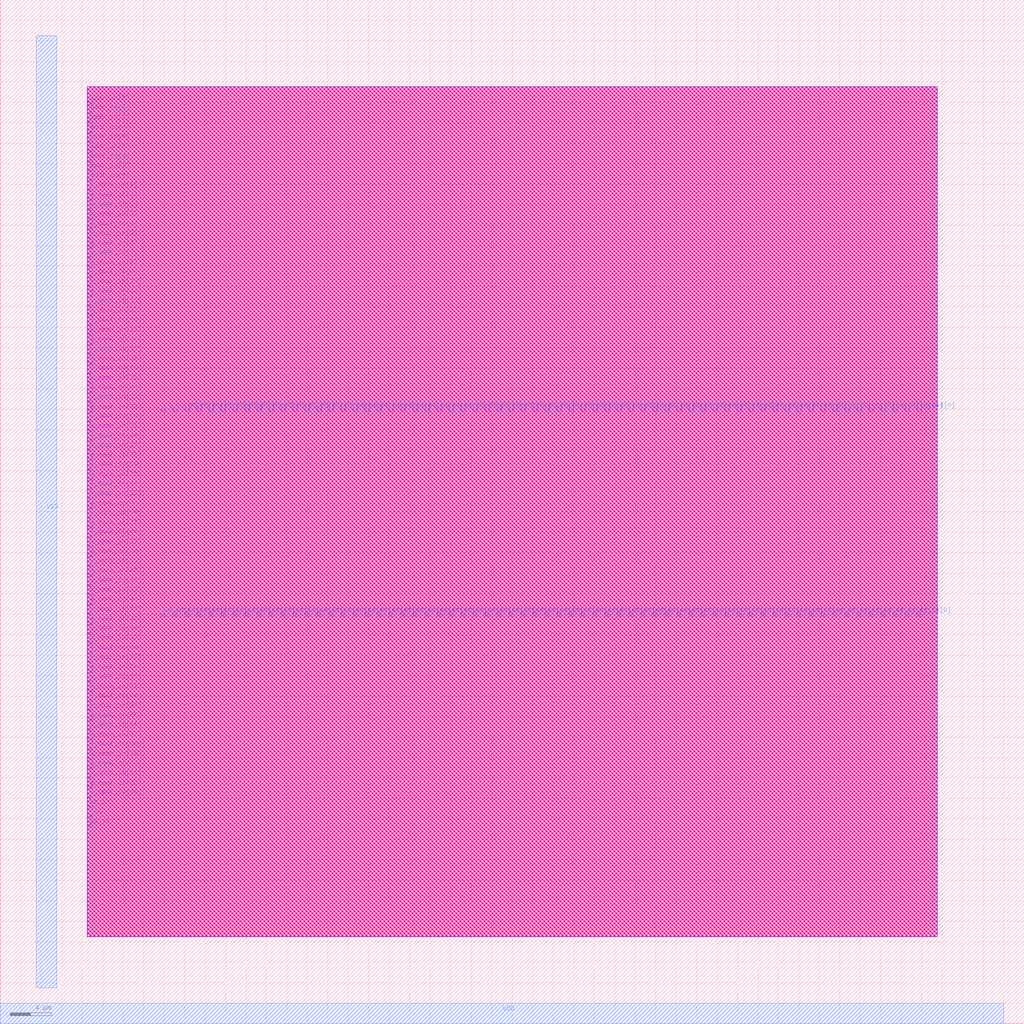
<source format=lef>
BUSBITCHARS "[]" ;

MACRO nangate45_64x512_1P_BM
  FOREIGN nangate45_64x512_1P_BM 0 0 ;
  SYMMETRY X Y R90 ;
  SIZE 100.0 BY 100.0 ;
  CLASS RING ;
  PIN addr_in[0]
    DIRECTION INPUT ;
    USE SIGNAL ;
    SHAPE ABUTMENT ;
    PORT
      LAYER M1 ;
      RECT 8.5 89.79 9.0 90.0 ;
      LAYER M2 ;
      RECT 8.5 89.79 9.0 90.0 ;
      LAYER M3 ;
      RECT 8.5 89.79 9.0 90.0 ;
      LAYER M4 ;
      RECT 8.5 89.79 9.0 90.0 ;
      END
    END addr_in[0]
  PIN addr_in[1]
    DIRECTION INPUT ;
    USE SIGNAL ;
    SHAPE ABUTMENT ;
    PORT
      LAYER M1 ;
      RECT 8.5 88.8488235294 9.0 89.0588235294 ;
      LAYER M2 ;
      RECT 8.5 88.8488235294 9.0 89.0588235294 ;
      LAYER M3 ;
      RECT 8.5 88.8488235294 9.0 89.0588235294 ;
      LAYER M4 ;
      RECT 8.5 88.8488235294 9.0 89.0588235294 ;
      END
    END addr_in[1]
  PIN addr_in[2]
    DIRECTION INPUT ;
    USE SIGNAL ;
    SHAPE ABUTMENT ;
    PORT
      LAYER M1 ;
      RECT 8.5 87.9076470588 9.0 88.1176470588 ;
      LAYER M2 ;
      RECT 8.5 87.9076470588 9.0 88.1176470588 ;
      LAYER M3 ;
      RECT 8.5 87.9076470588 9.0 88.1176470588 ;
      LAYER M4 ;
      RECT 8.5 87.9076470588 9.0 88.1176470588 ;
      END
    END addr_in[2]
  PIN addr_in[3]
    DIRECTION INPUT ;
    USE SIGNAL ;
    SHAPE ABUTMENT ;
    PORT
      LAYER M1 ;
      RECT 8.5 86.9664705882 9.0 87.1764705882 ;
      LAYER M2 ;
      RECT 8.5 86.9664705882 9.0 87.1764705882 ;
      LAYER M3 ;
      RECT 8.5 86.9664705882 9.0 87.1764705882 ;
      LAYER M4 ;
      RECT 8.5 86.9664705882 9.0 87.1764705882 ;
      END
    END addr_in[3]
  PIN addr_in[4]
    DIRECTION INPUT ;
    USE SIGNAL ;
    SHAPE ABUTMENT ;
    PORT
      LAYER M1 ;
      RECT 8.5 86.0252941176 9.0 86.2352941176 ;
      LAYER M2 ;
      RECT 8.5 86.0252941176 9.0 86.2352941176 ;
      LAYER M3 ;
      RECT 8.5 86.0252941176 9.0 86.2352941176 ;
      LAYER M4 ;
      RECT 8.5 86.0252941176 9.0 86.2352941176 ;
      END
    END addr_in[4]
  PIN addr_in[5]
    DIRECTION INPUT ;
    USE SIGNAL ;
    SHAPE ABUTMENT ;
    PORT
      LAYER M1 ;
      RECT 8.5 85.0841176471 9.0 85.2941176471 ;
      LAYER M2 ;
      RECT 8.5 85.0841176471 9.0 85.2941176471 ;
      LAYER M3 ;
      RECT 8.5 85.0841176471 9.0 85.2941176471 ;
      LAYER M4 ;
      RECT 8.5 85.0841176471 9.0 85.2941176471 ;
      END
    END addr_in[5]
  PIN addr_in[6]
    DIRECTION INPUT ;
    USE SIGNAL ;
    SHAPE ABUTMENT ;
    PORT
      LAYER M1 ;
      RECT 8.5 84.1429411765 9.0 84.3529411765 ;
      LAYER M2 ;
      RECT 8.5 84.1429411765 9.0 84.3529411765 ;
      LAYER M3 ;
      RECT 8.5 84.1429411765 9.0 84.3529411765 ;
      LAYER M4 ;
      RECT 8.5 84.1429411765 9.0 84.3529411765 ;
      END
    END addr_in[6]
  PIN addr_in[7]
    DIRECTION INPUT ;
    USE SIGNAL ;
    SHAPE ABUTMENT ;
    PORT
      LAYER M1 ;
      RECT 8.5 83.2017647059 9.0 83.4117647059 ;
      LAYER M2 ;
      RECT 8.5 83.2017647059 9.0 83.4117647059 ;
      LAYER M3 ;
      RECT 8.5 83.2017647059 9.0 83.4117647059 ;
      LAYER M4 ;
      RECT 8.5 83.2017647059 9.0 83.4117647059 ;
      END
    END addr_in[7]
  PIN addr_in[8]
    DIRECTION INPUT ;
    USE SIGNAL ;
    SHAPE ABUTMENT ;
    PORT
      LAYER M1 ;
      RECT 8.5 82.2605882353 9.0 82.4705882353 ;
      LAYER M2 ;
      RECT 8.5 82.2605882353 9.0 82.4705882353 ;
      LAYER M3 ;
      RECT 8.5 82.2605882353 9.0 82.4705882353 ;
      LAYER M4 ;
      RECT 8.5 82.2605882353 9.0 82.4705882353 ;
      END
    END addr_in[8]
  PIN w_mask_in[0]
    DIRECTION INPUT ;
    USE SIGNAL ;
    SHAPE ABUTMENT ;
    PORT
      LAYER M1 ;
      RECT 8.5 81.3194117647 9.0 81.5294117647 ;
      LAYER M2 ;
      RECT 8.5 81.3194117647 9.0 81.5294117647 ;
      LAYER M3 ;
      RECT 8.5 81.3194117647 9.0 81.5294117647 ;
      LAYER M4 ;
      RECT 8.5 81.3194117647 9.0 81.5294117647 ;
      END
    END w_mask_in[0]
  PIN w_mask_in[1]
    DIRECTION INPUT ;
    USE SIGNAL ;
    SHAPE ABUTMENT ;
    PORT
      LAYER M1 ;
      RECT 8.5 80.3782352941 9.0 80.5882352941 ;
      LAYER M2 ;
      RECT 8.5 80.3782352941 9.0 80.5882352941 ;
      LAYER M3 ;
      RECT 8.5 80.3782352941 9.0 80.5882352941 ;
      LAYER M4 ;
      RECT 8.5 80.3782352941 9.0 80.5882352941 ;
      END
    END w_mask_in[1]
  PIN w_mask_in[2]
    DIRECTION INPUT ;
    USE SIGNAL ;
    SHAPE ABUTMENT ;
    PORT
      LAYER M1 ;
      RECT 8.5 79.4370588235 9.0 79.6470588235 ;
      LAYER M2 ;
      RECT 8.5 79.4370588235 9.0 79.6470588235 ;
      LAYER M3 ;
      RECT 8.5 79.4370588235 9.0 79.6470588235 ;
      LAYER M4 ;
      RECT 8.5 79.4370588235 9.0 79.6470588235 ;
      END
    END w_mask_in[2]
  PIN w_mask_in[3]
    DIRECTION INPUT ;
    USE SIGNAL ;
    SHAPE ABUTMENT ;
    PORT
      LAYER M1 ;
      RECT 8.5 78.4958823529 9.0 78.7058823529 ;
      LAYER M2 ;
      RECT 8.5 78.4958823529 9.0 78.7058823529 ;
      LAYER M3 ;
      RECT 8.5 78.4958823529 9.0 78.7058823529 ;
      LAYER M4 ;
      RECT 8.5 78.4958823529 9.0 78.7058823529 ;
      END
    END w_mask_in[3]
  PIN w_mask_in[4]
    DIRECTION INPUT ;
    USE SIGNAL ;
    SHAPE ABUTMENT ;
    PORT
      LAYER M1 ;
      RECT 8.5 77.5547058824 9.0 77.7647058824 ;
      LAYER M2 ;
      RECT 8.5 77.5547058824 9.0 77.7647058824 ;
      LAYER M3 ;
      RECT 8.5 77.5547058824 9.0 77.7647058824 ;
      LAYER M4 ;
      RECT 8.5 77.5547058824 9.0 77.7647058824 ;
      END
    END w_mask_in[4]
  PIN w_mask_in[5]
    DIRECTION INPUT ;
    USE SIGNAL ;
    SHAPE ABUTMENT ;
    PORT
      LAYER M1 ;
      RECT 8.5 76.6135294118 9.0 76.8235294118 ;
      LAYER M2 ;
      RECT 8.5 76.6135294118 9.0 76.8235294118 ;
      LAYER M3 ;
      RECT 8.5 76.6135294118 9.0 76.8235294118 ;
      LAYER M4 ;
      RECT 8.5 76.6135294118 9.0 76.8235294118 ;
      END
    END w_mask_in[5]
  PIN w_mask_in[6]
    DIRECTION INPUT ;
    USE SIGNAL ;
    SHAPE ABUTMENT ;
    PORT
      LAYER M1 ;
      RECT 8.5 75.6723529412 9.0 75.8823529412 ;
      LAYER M2 ;
      RECT 8.5 75.6723529412 9.0 75.8823529412 ;
      LAYER M3 ;
      RECT 8.5 75.6723529412 9.0 75.8823529412 ;
      LAYER M4 ;
      RECT 8.5 75.6723529412 9.0 75.8823529412 ;
      END
    END w_mask_in[6]
  PIN w_mask_in[7]
    DIRECTION INPUT ;
    USE SIGNAL ;
    SHAPE ABUTMENT ;
    PORT
      LAYER M1 ;
      RECT 8.5 74.7311764706 9.0 74.9411764706 ;
      LAYER M2 ;
      RECT 8.5 74.7311764706 9.0 74.9411764706 ;
      LAYER M3 ;
      RECT 8.5 74.7311764706 9.0 74.9411764706 ;
      LAYER M4 ;
      RECT 8.5 74.7311764706 9.0 74.9411764706 ;
      END
    END w_mask_in[7]
  PIN w_mask_in[8]
    DIRECTION INPUT ;
    USE SIGNAL ;
    SHAPE ABUTMENT ;
    PORT
      LAYER M1 ;
      RECT 8.5 73.79 9.0 74.0 ;
      LAYER M2 ;
      RECT 8.5 73.79 9.0 74.0 ;
      LAYER M3 ;
      RECT 8.5 73.79 9.0 74.0 ;
      LAYER M4 ;
      RECT 8.5 73.79 9.0 74.0 ;
      END
    END w_mask_in[8]
  PIN w_mask_in[9]
    DIRECTION INPUT ;
    USE SIGNAL ;
    SHAPE ABUTMENT ;
    PORT
      LAYER M1 ;
      RECT 8.5 72.8488235294 9.0 73.0588235294 ;
      LAYER M2 ;
      RECT 8.5 72.8488235294 9.0 73.0588235294 ;
      LAYER M3 ;
      RECT 8.5 72.8488235294 9.0 73.0588235294 ;
      LAYER M4 ;
      RECT 8.5 72.8488235294 9.0 73.0588235294 ;
      END
    END w_mask_in[9]
  PIN w_mask_in[10]
    DIRECTION INPUT ;
    USE SIGNAL ;
    SHAPE ABUTMENT ;
    PORT
      LAYER M1 ;
      RECT 8.5 71.9076470588 9.0 72.1176470588 ;
      LAYER M2 ;
      RECT 8.5 71.9076470588 9.0 72.1176470588 ;
      LAYER M3 ;
      RECT 8.5 71.9076470588 9.0 72.1176470588 ;
      LAYER M4 ;
      RECT 8.5 71.9076470588 9.0 72.1176470588 ;
      END
    END w_mask_in[10]
  PIN w_mask_in[11]
    DIRECTION INPUT ;
    USE SIGNAL ;
    SHAPE ABUTMENT ;
    PORT
      LAYER M1 ;
      RECT 8.5 70.9664705882 9.0 71.1764705882 ;
      LAYER M2 ;
      RECT 8.5 70.9664705882 9.0 71.1764705882 ;
      LAYER M3 ;
      RECT 8.5 70.9664705882 9.0 71.1764705882 ;
      LAYER M4 ;
      RECT 8.5 70.9664705882 9.0 71.1764705882 ;
      END
    END w_mask_in[11]
  PIN w_mask_in[12]
    DIRECTION INPUT ;
    USE SIGNAL ;
    SHAPE ABUTMENT ;
    PORT
      LAYER M1 ;
      RECT 8.5 70.0252941176 9.0 70.2352941176 ;
      LAYER M2 ;
      RECT 8.5 70.0252941176 9.0 70.2352941176 ;
      LAYER M3 ;
      RECT 8.5 70.0252941176 9.0 70.2352941176 ;
      LAYER M4 ;
      RECT 8.5 70.0252941176 9.0 70.2352941176 ;
      END
    END w_mask_in[12]
  PIN w_mask_in[13]
    DIRECTION INPUT ;
    USE SIGNAL ;
    SHAPE ABUTMENT ;
    PORT
      LAYER M1 ;
      RECT 8.5 69.0841176471 9.0 69.2941176471 ;
      LAYER M2 ;
      RECT 8.5 69.0841176471 9.0 69.2941176471 ;
      LAYER M3 ;
      RECT 8.5 69.0841176471 9.0 69.2941176471 ;
      LAYER M4 ;
      RECT 8.5 69.0841176471 9.0 69.2941176471 ;
      END
    END w_mask_in[13]
  PIN w_mask_in[14]
    DIRECTION INPUT ;
    USE SIGNAL ;
    SHAPE ABUTMENT ;
    PORT
      LAYER M1 ;
      RECT 8.5 68.1429411765 9.0 68.3529411765 ;
      LAYER M2 ;
      RECT 8.5 68.1429411765 9.0 68.3529411765 ;
      LAYER M3 ;
      RECT 8.5 68.1429411765 9.0 68.3529411765 ;
      LAYER M4 ;
      RECT 8.5 68.1429411765 9.0 68.3529411765 ;
      END
    END w_mask_in[14]
  PIN w_mask_in[15]
    DIRECTION INPUT ;
    USE SIGNAL ;
    SHAPE ABUTMENT ;
    PORT
      LAYER M1 ;
      RECT 8.5 67.2017647059 9.0 67.4117647059 ;
      LAYER M2 ;
      RECT 8.5 67.2017647059 9.0 67.4117647059 ;
      LAYER M3 ;
      RECT 8.5 67.2017647059 9.0 67.4117647059 ;
      LAYER M4 ;
      RECT 8.5 67.2017647059 9.0 67.4117647059 ;
      END
    END w_mask_in[15]
  PIN w_mask_in[16]
    DIRECTION INPUT ;
    USE SIGNAL ;
    SHAPE ABUTMENT ;
    PORT
      LAYER M1 ;
      RECT 8.5 66.2605882353 9.0 66.4705882353 ;
      LAYER M2 ;
      RECT 8.5 66.2605882353 9.0 66.4705882353 ;
      LAYER M3 ;
      RECT 8.5 66.2605882353 9.0 66.4705882353 ;
      LAYER M4 ;
      RECT 8.5 66.2605882353 9.0 66.4705882353 ;
      END
    END w_mask_in[16]
  PIN w_mask_in[17]
    DIRECTION INPUT ;
    USE SIGNAL ;
    SHAPE ABUTMENT ;
    PORT
      LAYER M1 ;
      RECT 8.5 65.3194117647 9.0 65.5294117647 ;
      LAYER M2 ;
      RECT 8.5 65.3194117647 9.0 65.5294117647 ;
      LAYER M3 ;
      RECT 8.5 65.3194117647 9.0 65.5294117647 ;
      LAYER M4 ;
      RECT 8.5 65.3194117647 9.0 65.5294117647 ;
      END
    END w_mask_in[17]
  PIN w_mask_in[18]
    DIRECTION INPUT ;
    USE SIGNAL ;
    SHAPE ABUTMENT ;
    PORT
      LAYER M1 ;
      RECT 8.5 64.3782352941 9.0 64.5882352941 ;
      LAYER M2 ;
      RECT 8.5 64.3782352941 9.0 64.5882352941 ;
      LAYER M3 ;
      RECT 8.5 64.3782352941 9.0 64.5882352941 ;
      LAYER M4 ;
      RECT 8.5 64.3782352941 9.0 64.5882352941 ;
      END
    END w_mask_in[18]
  PIN w_mask_in[19]
    DIRECTION INPUT ;
    USE SIGNAL ;
    SHAPE ABUTMENT ;
    PORT
      LAYER M1 ;
      RECT 8.5 63.4370588235 9.0 63.6470588235 ;
      LAYER M2 ;
      RECT 8.5 63.4370588235 9.0 63.6470588235 ;
      LAYER M3 ;
      RECT 8.5 63.4370588235 9.0 63.6470588235 ;
      LAYER M4 ;
      RECT 8.5 63.4370588235 9.0 63.6470588235 ;
      END
    END w_mask_in[19]
  PIN w_mask_in[20]
    DIRECTION INPUT ;
    USE SIGNAL ;
    SHAPE ABUTMENT ;
    PORT
      LAYER M1 ;
      RECT 8.5 62.4958823529 9.0 62.7058823529 ;
      LAYER M2 ;
      RECT 8.5 62.4958823529 9.0 62.7058823529 ;
      LAYER M3 ;
      RECT 8.5 62.4958823529 9.0 62.7058823529 ;
      LAYER M4 ;
      RECT 8.5 62.4958823529 9.0 62.7058823529 ;
      END
    END w_mask_in[20]
  PIN w_mask_in[21]
    DIRECTION INPUT ;
    USE SIGNAL ;
    SHAPE ABUTMENT ;
    PORT
      LAYER M1 ;
      RECT 8.5 61.5547058824 9.0 61.7647058824 ;
      LAYER M2 ;
      RECT 8.5 61.5547058824 9.0 61.7647058824 ;
      LAYER M3 ;
      RECT 8.5 61.5547058824 9.0 61.7647058824 ;
      LAYER M4 ;
      RECT 8.5 61.5547058824 9.0 61.7647058824 ;
      END
    END w_mask_in[21]
  PIN w_mask_in[22]
    DIRECTION INPUT ;
    USE SIGNAL ;
    SHAPE ABUTMENT ;
    PORT
      LAYER M1 ;
      RECT 8.5 60.6135294118 9.0 60.8235294118 ;
      LAYER M2 ;
      RECT 8.5 60.6135294118 9.0 60.8235294118 ;
      LAYER M3 ;
      RECT 8.5 60.6135294118 9.0 60.8235294118 ;
      LAYER M4 ;
      RECT 8.5 60.6135294118 9.0 60.8235294118 ;
      END
    END w_mask_in[22]
  PIN w_mask_in[23]
    DIRECTION INPUT ;
    USE SIGNAL ;
    SHAPE ABUTMENT ;
    PORT
      LAYER M1 ;
      RECT 8.5 59.6723529412 9.0 59.8823529412 ;
      LAYER M2 ;
      RECT 8.5 59.6723529412 9.0 59.8823529412 ;
      LAYER M3 ;
      RECT 8.5 59.6723529412 9.0 59.8823529412 ;
      LAYER M4 ;
      RECT 8.5 59.6723529412 9.0 59.8823529412 ;
      END
    END w_mask_in[23]
  PIN w_mask_in[24]
    DIRECTION INPUT ;
    USE SIGNAL ;
    SHAPE ABUTMENT ;
    PORT
      LAYER M1 ;
      RECT 8.5 58.7311764706 9.0 58.9411764706 ;
      LAYER M2 ;
      RECT 8.5 58.7311764706 9.0 58.9411764706 ;
      LAYER M3 ;
      RECT 8.5 58.7311764706 9.0 58.9411764706 ;
      LAYER M4 ;
      RECT 8.5 58.7311764706 9.0 58.9411764706 ;
      END
    END w_mask_in[24]
  PIN w_mask_in[25]
    DIRECTION INPUT ;
    USE SIGNAL ;
    SHAPE ABUTMENT ;
    PORT
      LAYER M1 ;
      RECT 8.5 57.79 9.0 58.0 ;
      LAYER M2 ;
      RECT 8.5 57.79 9.0 58.0 ;
      LAYER M3 ;
      RECT 8.5 57.79 9.0 58.0 ;
      LAYER M4 ;
      RECT 8.5 57.79 9.0 58.0 ;
      END
    END w_mask_in[25]
  PIN w_mask_in[26]
    DIRECTION INPUT ;
    USE SIGNAL ;
    SHAPE ABUTMENT ;
    PORT
      LAYER M1 ;
      RECT 8.5 56.8488235294 9.0 57.0588235294 ;
      LAYER M2 ;
      RECT 8.5 56.8488235294 9.0 57.0588235294 ;
      LAYER M3 ;
      RECT 8.5 56.8488235294 9.0 57.0588235294 ;
      LAYER M4 ;
      RECT 8.5 56.8488235294 9.0 57.0588235294 ;
      END
    END w_mask_in[26]
  PIN w_mask_in[27]
    DIRECTION INPUT ;
    USE SIGNAL ;
    SHAPE ABUTMENT ;
    PORT
      LAYER M1 ;
      RECT 8.5 55.9076470588 9.0 56.1176470588 ;
      LAYER M2 ;
      RECT 8.5 55.9076470588 9.0 56.1176470588 ;
      LAYER M3 ;
      RECT 8.5 55.9076470588 9.0 56.1176470588 ;
      LAYER M4 ;
      RECT 8.5 55.9076470588 9.0 56.1176470588 ;
      END
    END w_mask_in[27]
  PIN w_mask_in[28]
    DIRECTION INPUT ;
    USE SIGNAL ;
    SHAPE ABUTMENT ;
    PORT
      LAYER M1 ;
      RECT 8.5 54.9664705882 9.0 55.1764705882 ;
      LAYER M2 ;
      RECT 8.5 54.9664705882 9.0 55.1764705882 ;
      LAYER M3 ;
      RECT 8.5 54.9664705882 9.0 55.1764705882 ;
      LAYER M4 ;
      RECT 8.5 54.9664705882 9.0 55.1764705882 ;
      END
    END w_mask_in[28]
  PIN w_mask_in[29]
    DIRECTION INPUT ;
    USE SIGNAL ;
    SHAPE ABUTMENT ;
    PORT
      LAYER M1 ;
      RECT 8.5 54.0252941176 9.0 54.2352941176 ;
      LAYER M2 ;
      RECT 8.5 54.0252941176 9.0 54.2352941176 ;
      LAYER M3 ;
      RECT 8.5 54.0252941176 9.0 54.2352941176 ;
      LAYER M4 ;
      RECT 8.5 54.0252941176 9.0 54.2352941176 ;
      END
    END w_mask_in[29]
  PIN w_mask_in[30]
    DIRECTION INPUT ;
    USE SIGNAL ;
    SHAPE ABUTMENT ;
    PORT
      LAYER M1 ;
      RECT 8.5 53.0841176471 9.0 53.2941176471 ;
      LAYER M2 ;
      RECT 8.5 53.0841176471 9.0 53.2941176471 ;
      LAYER M3 ;
      RECT 8.5 53.0841176471 9.0 53.2941176471 ;
      LAYER M4 ;
      RECT 8.5 53.0841176471 9.0 53.2941176471 ;
      END
    END w_mask_in[30]
  PIN w_mask_in[31]
    DIRECTION INPUT ;
    USE SIGNAL ;
    SHAPE ABUTMENT ;
    PORT
      LAYER M1 ;
      RECT 8.5 52.1429411765 9.0 52.3529411765 ;
      LAYER M2 ;
      RECT 8.5 52.1429411765 9.0 52.3529411765 ;
      LAYER M3 ;
      RECT 8.5 52.1429411765 9.0 52.3529411765 ;
      LAYER M4 ;
      RECT 8.5 52.1429411765 9.0 52.3529411765 ;
      END
    END w_mask_in[31]
  PIN w_mask_in[32]
    DIRECTION INPUT ;
    USE SIGNAL ;
    SHAPE ABUTMENT ;
    PORT
      LAYER M1 ;
      RECT 8.5 51.2017647059 9.0 51.4117647059 ;
      LAYER M2 ;
      RECT 8.5 51.2017647059 9.0 51.4117647059 ;
      LAYER M3 ;
      RECT 8.5 51.2017647059 9.0 51.4117647059 ;
      LAYER M4 ;
      RECT 8.5 51.2017647059 9.0 51.4117647059 ;
      END
    END w_mask_in[32]
  PIN w_mask_in[33]
    DIRECTION INPUT ;
    USE SIGNAL ;
    SHAPE ABUTMENT ;
    PORT
      LAYER M1 ;
      RECT 8.5 50.2605882353 9.0 50.4705882353 ;
      LAYER M2 ;
      RECT 8.5 50.2605882353 9.0 50.4705882353 ;
      LAYER M3 ;
      RECT 8.5 50.2605882353 9.0 50.4705882353 ;
      LAYER M4 ;
      RECT 8.5 50.2605882353 9.0 50.4705882353 ;
      END
    END w_mask_in[33]
  PIN w_mask_in[34]
    DIRECTION INPUT ;
    USE SIGNAL ;
    SHAPE ABUTMENT ;
    PORT
      LAYER M1 ;
      RECT 8.5 49.3194117647 9.0 49.5294117647 ;
      LAYER M2 ;
      RECT 8.5 49.3194117647 9.0 49.5294117647 ;
      LAYER M3 ;
      RECT 8.5 49.3194117647 9.0 49.5294117647 ;
      LAYER M4 ;
      RECT 8.5 49.3194117647 9.0 49.5294117647 ;
      END
    END w_mask_in[34]
  PIN w_mask_in[35]
    DIRECTION INPUT ;
    USE SIGNAL ;
    SHAPE ABUTMENT ;
    PORT
      LAYER M1 ;
      RECT 8.5 48.3782352941 9.0 48.5882352941 ;
      LAYER M2 ;
      RECT 8.5 48.3782352941 9.0 48.5882352941 ;
      LAYER M3 ;
      RECT 8.5 48.3782352941 9.0 48.5882352941 ;
      LAYER M4 ;
      RECT 8.5 48.3782352941 9.0 48.5882352941 ;
      END
    END w_mask_in[35]
  PIN w_mask_in[36]
    DIRECTION INPUT ;
    USE SIGNAL ;
    SHAPE ABUTMENT ;
    PORT
      LAYER M1 ;
      RECT 8.5 47.4370588235 9.0 47.6470588235 ;
      LAYER M2 ;
      RECT 8.5 47.4370588235 9.0 47.6470588235 ;
      LAYER M3 ;
      RECT 8.5 47.4370588235 9.0 47.6470588235 ;
      LAYER M4 ;
      RECT 8.5 47.4370588235 9.0 47.6470588235 ;
      END
    END w_mask_in[36]
  PIN w_mask_in[37]
    DIRECTION INPUT ;
    USE SIGNAL ;
    SHAPE ABUTMENT ;
    PORT
      LAYER M1 ;
      RECT 8.5 46.4958823529 9.0 46.7058823529 ;
      LAYER M2 ;
      RECT 8.5 46.4958823529 9.0 46.7058823529 ;
      LAYER M3 ;
      RECT 8.5 46.4958823529 9.0 46.7058823529 ;
      LAYER M4 ;
      RECT 8.5 46.4958823529 9.0 46.7058823529 ;
      END
    END w_mask_in[37]
  PIN w_mask_in[38]
    DIRECTION INPUT ;
    USE SIGNAL ;
    SHAPE ABUTMENT ;
    PORT
      LAYER M1 ;
      RECT 8.5 45.5547058824 9.0 45.7647058824 ;
      LAYER M2 ;
      RECT 8.5 45.5547058824 9.0 45.7647058824 ;
      LAYER M3 ;
      RECT 8.5 45.5547058824 9.0 45.7647058824 ;
      LAYER M4 ;
      RECT 8.5 45.5547058824 9.0 45.7647058824 ;
      END
    END w_mask_in[38]
  PIN w_mask_in[39]
    DIRECTION INPUT ;
    USE SIGNAL ;
    SHAPE ABUTMENT ;
    PORT
      LAYER M1 ;
      RECT 8.5 44.6135294118 9.0 44.8235294118 ;
      LAYER M2 ;
      RECT 8.5 44.6135294118 9.0 44.8235294118 ;
      LAYER M3 ;
      RECT 8.5 44.6135294118 9.0 44.8235294118 ;
      LAYER M4 ;
      RECT 8.5 44.6135294118 9.0 44.8235294118 ;
      END
    END w_mask_in[39]
  PIN w_mask_in[40]
    DIRECTION INPUT ;
    USE SIGNAL ;
    SHAPE ABUTMENT ;
    PORT
      LAYER M1 ;
      RECT 8.5 43.6723529412 9.0 43.8823529412 ;
      LAYER M2 ;
      RECT 8.5 43.6723529412 9.0 43.8823529412 ;
      LAYER M3 ;
      RECT 8.5 43.6723529412 9.0 43.8823529412 ;
      LAYER M4 ;
      RECT 8.5 43.6723529412 9.0 43.8823529412 ;
      END
    END w_mask_in[40]
  PIN w_mask_in[41]
    DIRECTION INPUT ;
    USE SIGNAL ;
    SHAPE ABUTMENT ;
    PORT
      LAYER M1 ;
      RECT 8.5 42.7311764706 9.0 42.9411764706 ;
      LAYER M2 ;
      RECT 8.5 42.7311764706 9.0 42.9411764706 ;
      LAYER M3 ;
      RECT 8.5 42.7311764706 9.0 42.9411764706 ;
      LAYER M4 ;
      RECT 8.5 42.7311764706 9.0 42.9411764706 ;
      END
    END w_mask_in[41]
  PIN w_mask_in[42]
    DIRECTION INPUT ;
    USE SIGNAL ;
    SHAPE ABUTMENT ;
    PORT
      LAYER M1 ;
      RECT 8.5 41.79 9.0 42.0 ;
      LAYER M2 ;
      RECT 8.5 41.79 9.0 42.0 ;
      LAYER M3 ;
      RECT 8.5 41.79 9.0 42.0 ;
      LAYER M4 ;
      RECT 8.5 41.79 9.0 42.0 ;
      END
    END w_mask_in[42]
  PIN w_mask_in[43]
    DIRECTION INPUT ;
    USE SIGNAL ;
    SHAPE ABUTMENT ;
    PORT
      LAYER M1 ;
      RECT 8.5 40.8488235294 9.0 41.0588235294 ;
      LAYER M2 ;
      RECT 8.5 40.8488235294 9.0 41.0588235294 ;
      LAYER M3 ;
      RECT 8.5 40.8488235294 9.0 41.0588235294 ;
      LAYER M4 ;
      RECT 8.5 40.8488235294 9.0 41.0588235294 ;
      END
    END w_mask_in[43]
  PIN w_mask_in[44]
    DIRECTION INPUT ;
    USE SIGNAL ;
    SHAPE ABUTMENT ;
    PORT
      LAYER M1 ;
      RECT 8.5 39.9076470588 9.0 40.1176470588 ;
      LAYER M2 ;
      RECT 8.5 39.9076470588 9.0 40.1176470588 ;
      LAYER M3 ;
      RECT 8.5 39.9076470588 9.0 40.1176470588 ;
      LAYER M4 ;
      RECT 8.5 39.9076470588 9.0 40.1176470588 ;
      END
    END w_mask_in[44]
  PIN w_mask_in[45]
    DIRECTION INPUT ;
    USE SIGNAL ;
    SHAPE ABUTMENT ;
    PORT
      LAYER M1 ;
      RECT 8.5 38.9664705882 9.0 39.1764705882 ;
      LAYER M2 ;
      RECT 8.5 38.9664705882 9.0 39.1764705882 ;
      LAYER M3 ;
      RECT 8.5 38.9664705882 9.0 39.1764705882 ;
      LAYER M4 ;
      RECT 8.5 38.9664705882 9.0 39.1764705882 ;
      END
    END w_mask_in[45]
  PIN w_mask_in[46]
    DIRECTION INPUT ;
    USE SIGNAL ;
    SHAPE ABUTMENT ;
    PORT
      LAYER M1 ;
      RECT 8.5 38.0252941176 9.0 38.2352941176 ;
      LAYER M2 ;
      RECT 8.5 38.0252941176 9.0 38.2352941176 ;
      LAYER M3 ;
      RECT 8.5 38.0252941176 9.0 38.2352941176 ;
      LAYER M4 ;
      RECT 8.5 38.0252941176 9.0 38.2352941176 ;
      END
    END w_mask_in[46]
  PIN w_mask_in[47]
    DIRECTION INPUT ;
    USE SIGNAL ;
    SHAPE ABUTMENT ;
    PORT
      LAYER M1 ;
      RECT 8.5 37.0841176471 9.0 37.2941176471 ;
      LAYER M2 ;
      RECT 8.5 37.0841176471 9.0 37.2941176471 ;
      LAYER M3 ;
      RECT 8.5 37.0841176471 9.0 37.2941176471 ;
      LAYER M4 ;
      RECT 8.5 37.0841176471 9.0 37.2941176471 ;
      END
    END w_mask_in[47]
  PIN w_mask_in[48]
    DIRECTION INPUT ;
    USE SIGNAL ;
    SHAPE ABUTMENT ;
    PORT
      LAYER M1 ;
      RECT 8.5 36.1429411765 9.0 36.3529411765 ;
      LAYER M2 ;
      RECT 8.5 36.1429411765 9.0 36.3529411765 ;
      LAYER M3 ;
      RECT 8.5 36.1429411765 9.0 36.3529411765 ;
      LAYER M4 ;
      RECT 8.5 36.1429411765 9.0 36.3529411765 ;
      END
    END w_mask_in[48]
  PIN w_mask_in[49]
    DIRECTION INPUT ;
    USE SIGNAL ;
    SHAPE ABUTMENT ;
    PORT
      LAYER M1 ;
      RECT 8.5 35.2017647059 9.0 35.4117647059 ;
      LAYER M2 ;
      RECT 8.5 35.2017647059 9.0 35.4117647059 ;
      LAYER M3 ;
      RECT 8.5 35.2017647059 9.0 35.4117647059 ;
      LAYER M4 ;
      RECT 8.5 35.2017647059 9.0 35.4117647059 ;
      END
    END w_mask_in[49]
  PIN w_mask_in[50]
    DIRECTION INPUT ;
    USE SIGNAL ;
    SHAPE ABUTMENT ;
    PORT
      LAYER M1 ;
      RECT 8.5 34.2605882353 9.0 34.4705882353 ;
      LAYER M2 ;
      RECT 8.5 34.2605882353 9.0 34.4705882353 ;
      LAYER M3 ;
      RECT 8.5 34.2605882353 9.0 34.4705882353 ;
      LAYER M4 ;
      RECT 8.5 34.2605882353 9.0 34.4705882353 ;
      END
    END w_mask_in[50]
  PIN w_mask_in[51]
    DIRECTION INPUT ;
    USE SIGNAL ;
    SHAPE ABUTMENT ;
    PORT
      LAYER M1 ;
      RECT 8.5 33.3194117647 9.0 33.5294117647 ;
      LAYER M2 ;
      RECT 8.5 33.3194117647 9.0 33.5294117647 ;
      LAYER M3 ;
      RECT 8.5 33.3194117647 9.0 33.5294117647 ;
      LAYER M4 ;
      RECT 8.5 33.3194117647 9.0 33.5294117647 ;
      END
    END w_mask_in[51]
  PIN w_mask_in[52]
    DIRECTION INPUT ;
    USE SIGNAL ;
    SHAPE ABUTMENT ;
    PORT
      LAYER M1 ;
      RECT 8.5 32.3782352941 9.0 32.5882352941 ;
      LAYER M2 ;
      RECT 8.5 32.3782352941 9.0 32.5882352941 ;
      LAYER M3 ;
      RECT 8.5 32.3782352941 9.0 32.5882352941 ;
      LAYER M4 ;
      RECT 8.5 32.3782352941 9.0 32.5882352941 ;
      END
    END w_mask_in[52]
  PIN w_mask_in[53]
    DIRECTION INPUT ;
    USE SIGNAL ;
    SHAPE ABUTMENT ;
    PORT
      LAYER M1 ;
      RECT 8.5 31.4370588235 9.0 31.6470588235 ;
      LAYER M2 ;
      RECT 8.5 31.4370588235 9.0 31.6470588235 ;
      LAYER M3 ;
      RECT 8.5 31.4370588235 9.0 31.6470588235 ;
      LAYER M4 ;
      RECT 8.5 31.4370588235 9.0 31.6470588235 ;
      END
    END w_mask_in[53]
  PIN w_mask_in[54]
    DIRECTION INPUT ;
    USE SIGNAL ;
    SHAPE ABUTMENT ;
    PORT
      LAYER M1 ;
      RECT 8.5 30.4958823529 9.0 30.7058823529 ;
      LAYER M2 ;
      RECT 8.5 30.4958823529 9.0 30.7058823529 ;
      LAYER M3 ;
      RECT 8.5 30.4958823529 9.0 30.7058823529 ;
      LAYER M4 ;
      RECT 8.5 30.4958823529 9.0 30.7058823529 ;
      END
    END w_mask_in[54]
  PIN w_mask_in[55]
    DIRECTION INPUT ;
    USE SIGNAL ;
    SHAPE ABUTMENT ;
    PORT
      LAYER M1 ;
      RECT 8.5 29.5547058824 9.0 29.7647058824 ;
      LAYER M2 ;
      RECT 8.5 29.5547058824 9.0 29.7647058824 ;
      LAYER M3 ;
      RECT 8.5 29.5547058824 9.0 29.7647058824 ;
      LAYER M4 ;
      RECT 8.5 29.5547058824 9.0 29.7647058824 ;
      END
    END w_mask_in[55]
  PIN w_mask_in[56]
    DIRECTION INPUT ;
    USE SIGNAL ;
    SHAPE ABUTMENT ;
    PORT
      LAYER M1 ;
      RECT 8.5 28.6135294118 9.0 28.8235294118 ;
      LAYER M2 ;
      RECT 8.5 28.6135294118 9.0 28.8235294118 ;
      LAYER M3 ;
      RECT 8.5 28.6135294118 9.0 28.8235294118 ;
      LAYER M4 ;
      RECT 8.5 28.6135294118 9.0 28.8235294118 ;
      END
    END w_mask_in[56]
  PIN w_mask_in[57]
    DIRECTION INPUT ;
    USE SIGNAL ;
    SHAPE ABUTMENT ;
    PORT
      LAYER M1 ;
      RECT 8.5 27.6723529412 9.0 27.8823529412 ;
      LAYER M2 ;
      RECT 8.5 27.6723529412 9.0 27.8823529412 ;
      LAYER M3 ;
      RECT 8.5 27.6723529412 9.0 27.8823529412 ;
      LAYER M4 ;
      RECT 8.5 27.6723529412 9.0 27.8823529412 ;
      END
    END w_mask_in[57]
  PIN w_mask_in[58]
    DIRECTION INPUT ;
    USE SIGNAL ;
    SHAPE ABUTMENT ;
    PORT
      LAYER M1 ;
      RECT 8.5 26.7311764706 9.0 26.9411764706 ;
      LAYER M2 ;
      RECT 8.5 26.7311764706 9.0 26.9411764706 ;
      LAYER M3 ;
      RECT 8.5 26.7311764706 9.0 26.9411764706 ;
      LAYER M4 ;
      RECT 8.5 26.7311764706 9.0 26.9411764706 ;
      END
    END w_mask_in[58]
  PIN w_mask_in[59]
    DIRECTION INPUT ;
    USE SIGNAL ;
    SHAPE ABUTMENT ;
    PORT
      LAYER M1 ;
      RECT 8.5 25.79 9.0 26.0 ;
      LAYER M2 ;
      RECT 8.5 25.79 9.0 26.0 ;
      LAYER M3 ;
      RECT 8.5 25.79 9.0 26.0 ;
      LAYER M4 ;
      RECT 8.5 25.79 9.0 26.0 ;
      END
    END w_mask_in[59]
  PIN w_mask_in[60]
    DIRECTION INPUT ;
    USE SIGNAL ;
    SHAPE ABUTMENT ;
    PORT
      LAYER M1 ;
      RECT 8.5 24.8488235294 9.0 25.0588235294 ;
      LAYER M2 ;
      RECT 8.5 24.8488235294 9.0 25.0588235294 ;
      LAYER M3 ;
      RECT 8.5 24.8488235294 9.0 25.0588235294 ;
      LAYER M4 ;
      RECT 8.5 24.8488235294 9.0 25.0588235294 ;
      END
    END w_mask_in[60]
  PIN w_mask_in[61]
    DIRECTION INPUT ;
    USE SIGNAL ;
    SHAPE ABUTMENT ;
    PORT
      LAYER M1 ;
      RECT 8.5 23.9076470588 9.0 24.1176470588 ;
      LAYER M2 ;
      RECT 8.5 23.9076470588 9.0 24.1176470588 ;
      LAYER M3 ;
      RECT 8.5 23.9076470588 9.0 24.1176470588 ;
      LAYER M4 ;
      RECT 8.5 23.9076470588 9.0 24.1176470588 ;
      END
    END w_mask_in[61]
  PIN w_mask_in[62]
    DIRECTION INPUT ;
    USE SIGNAL ;
    SHAPE ABUTMENT ;
    PORT
      LAYER M1 ;
      RECT 8.5 22.9664705882 9.0 23.1764705882 ;
      LAYER M2 ;
      RECT 8.5 22.9664705882 9.0 23.1764705882 ;
      LAYER M3 ;
      RECT 8.5 22.9664705882 9.0 23.1764705882 ;
      LAYER M4 ;
      RECT 8.5 22.9664705882 9.0 23.1764705882 ;
      END
    END w_mask_in[62]
  PIN w_mask_in[63]
    DIRECTION INPUT ;
    USE SIGNAL ;
    SHAPE ABUTMENT ;
    PORT
      LAYER M1 ;
      RECT 8.5 22.0252941176 9.0 22.2352941176 ;
      LAYER M2 ;
      RECT 8.5 22.0252941176 9.0 22.2352941176 ;
      LAYER M3 ;
      RECT 8.5 22.0252941176 9.0 22.2352941176 ;
      LAYER M4 ;
      RECT 8.5 22.0252941176 9.0 22.2352941176 ;
      END
    END w_mask_in[63]
  PIN we_in
    DIRECTION INPUT ;
    USE SIGNAL ;
    SHAPE ABUTMENT ;
    PORT
      LAYER M1 ;
      RECT 8.5 21.0841176471 9.0 21.2941176471 ;
      LAYER M2 ;
      RECT 8.5 21.0841176471 9.0 21.2941176471 ;
      LAYER M3 ;
      RECT 8.5 21.0841176471 9.0 21.2941176471 ;
      LAYER M4 ;
      RECT 8.5 21.0841176471 9.0 21.2941176471 ;
      END
    END we_in
  PIN clk
    DIRECTION INPUT ;
    USE SIGNAL ;
    SHAPE ABUTMENT ;
    PORT
      LAYER M1 ;
      RECT 8.5 20.1429411765 9.0 20.3529411765 ;
      LAYER M2 ;
      RECT 8.5 20.1429411765 9.0 20.3529411765 ;
      LAYER M3 ;
      RECT 8.5 20.1429411765 9.0 20.3529411765 ;
      LAYER M4 ;
      RECT 8.5 20.1429411765 9.0 20.3529411765 ;
      END
    END clk
  PIN ce_in
    DIRECTION INPUT ;
    USE SIGNAL ;
    SHAPE ABUTMENT ;
    PORT
      LAYER M1 ;
      RECT 8.5 19.2017647059 9.0 19.4117647059 ;
      LAYER M2 ;
      RECT 8.5 19.2017647059 9.0 19.4117647059 ;
      LAYER M3 ;
      RECT 8.5 19.2017647059 9.0 19.4117647059 ;
      LAYER M4 ;
      RECT 8.5 19.2017647059 9.0 19.4117647059 ;
      END
    END ce_in
  PIN rd_out[0]
    DIRECTION OUTPUT ;
    USE SIGNAL ;
    SHAPE ABUTMENT ;
    PORT
      LAYER M1 ;
      RECT 89.5 59.79 90.0 60.0 ;
      LAYER M2 ;
      RECT 89.5 59.79 90.0 60.0 ;
      LAYER M3 ;
      RECT 89.5 59.79 90.0 60.0 ;
      LAYER M4 ;
      RECT 89.5 59.79 90.0 60.0 ;
      END
    END rd_out[0]
  PIN rd_out[1]
    DIRECTION OUTPUT ;
    USE SIGNAL ;
    SHAPE ABUTMENT ;
    PORT
      LAYER M1 ;
      RECT 88.328125 59.79 88.828125 60.0 ;
      LAYER M2 ;
      RECT 88.328125 59.79 88.828125 60.0 ;
      LAYER M3 ;
      RECT 88.328125 59.79 88.828125 60.0 ;
      LAYER M4 ;
      RECT 88.328125 59.79 88.828125 60.0 ;
      END
    END rd_out[1]
  PIN rd_out[2]
    DIRECTION OUTPUT ;
    USE SIGNAL ;
    SHAPE ABUTMENT ;
    PORT
      LAYER M1 ;
      RECT 87.15625 59.79 87.65625 60.0 ;
      LAYER M2 ;
      RECT 87.15625 59.79 87.65625 60.0 ;
      LAYER M3 ;
      RECT 87.15625 59.79 87.65625 60.0 ;
      LAYER M4 ;
      RECT 87.15625 59.79 87.65625 60.0 ;
      END
    END rd_out[2]
  PIN rd_out[3]
    DIRECTION OUTPUT ;
    USE SIGNAL ;
    SHAPE ABUTMENT ;
    PORT
      LAYER M1 ;
      RECT 85.984375 59.79 86.484375 60.0 ;
      LAYER M2 ;
      RECT 85.984375 59.79 86.484375 60.0 ;
      LAYER M3 ;
      RECT 85.984375 59.79 86.484375 60.0 ;
      LAYER M4 ;
      RECT 85.984375 59.79 86.484375 60.0 ;
      END
    END rd_out[3]
  PIN rd_out[4]
    DIRECTION OUTPUT ;
    USE SIGNAL ;
    SHAPE ABUTMENT ;
    PORT
      LAYER M1 ;
      RECT 84.8125 59.79 85.3125 60.0 ;
      LAYER M2 ;
      RECT 84.8125 59.79 85.3125 60.0 ;
      LAYER M3 ;
      RECT 84.8125 59.79 85.3125 60.0 ;
      LAYER M4 ;
      RECT 84.8125 59.79 85.3125 60.0 ;
      END
    END rd_out[4]
  PIN rd_out[5]
    DIRECTION OUTPUT ;
    USE SIGNAL ;
    SHAPE ABUTMENT ;
    PORT
      LAYER M1 ;
      RECT 83.640625 59.79 84.140625 60.0 ;
      LAYER M2 ;
      RECT 83.640625 59.79 84.140625 60.0 ;
      LAYER M3 ;
      RECT 83.640625 59.79 84.140625 60.0 ;
      LAYER M4 ;
      RECT 83.640625 59.79 84.140625 60.0 ;
      END
    END rd_out[5]
  PIN rd_out[6]
    DIRECTION OUTPUT ;
    USE SIGNAL ;
    SHAPE ABUTMENT ;
    PORT
      LAYER M1 ;
      RECT 82.46875 59.79 82.96875 60.0 ;
      LAYER M2 ;
      RECT 82.46875 59.79 82.96875 60.0 ;
      LAYER M3 ;
      RECT 82.46875 59.79 82.96875 60.0 ;
      LAYER M4 ;
      RECT 82.46875 59.79 82.96875 60.0 ;
      END
    END rd_out[6]
  PIN rd_out[7]
    DIRECTION OUTPUT ;
    USE SIGNAL ;
    SHAPE ABUTMENT ;
    PORT
      LAYER M1 ;
      RECT 81.296875 59.79 81.796875 60.0 ;
      LAYER M2 ;
      RECT 81.296875 59.79 81.796875 60.0 ;
      LAYER M3 ;
      RECT 81.296875 59.79 81.796875 60.0 ;
      LAYER M4 ;
      RECT 81.296875 59.79 81.796875 60.0 ;
      END
    END rd_out[7]
  PIN rd_out[8]
    DIRECTION OUTPUT ;
    USE SIGNAL ;
    SHAPE ABUTMENT ;
    PORT
      LAYER M1 ;
      RECT 80.125 59.79 80.625 60.0 ;
      LAYER M2 ;
      RECT 80.125 59.79 80.625 60.0 ;
      LAYER M3 ;
      RECT 80.125 59.79 80.625 60.0 ;
      LAYER M4 ;
      RECT 80.125 59.79 80.625 60.0 ;
      END
    END rd_out[8]
  PIN rd_out[9]
    DIRECTION OUTPUT ;
    USE SIGNAL ;
    SHAPE ABUTMENT ;
    PORT
      LAYER M1 ;
      RECT 78.953125 59.79 79.453125 60.0 ;
      LAYER M2 ;
      RECT 78.953125 59.79 79.453125 60.0 ;
      LAYER M3 ;
      RECT 78.953125 59.79 79.453125 60.0 ;
      LAYER M4 ;
      RECT 78.953125 59.79 79.453125 60.0 ;
      END
    END rd_out[9]
  PIN rd_out[10]
    DIRECTION OUTPUT ;
    USE SIGNAL ;
    SHAPE ABUTMENT ;
    PORT
      LAYER M1 ;
      RECT 77.78125 59.79 78.28125 60.0 ;
      LAYER M2 ;
      RECT 77.78125 59.79 78.28125 60.0 ;
      LAYER M3 ;
      RECT 77.78125 59.79 78.28125 60.0 ;
      LAYER M4 ;
      RECT 77.78125 59.79 78.28125 60.0 ;
      END
    END rd_out[10]
  PIN rd_out[11]
    DIRECTION OUTPUT ;
    USE SIGNAL ;
    SHAPE ABUTMENT ;
    PORT
      LAYER M1 ;
      RECT 76.609375 59.79 77.109375 60.0 ;
      LAYER M2 ;
      RECT 76.609375 59.79 77.109375 60.0 ;
      LAYER M3 ;
      RECT 76.609375 59.79 77.109375 60.0 ;
      LAYER M4 ;
      RECT 76.609375 59.79 77.109375 60.0 ;
      END
    END rd_out[11]
  PIN rd_out[12]
    DIRECTION OUTPUT ;
    USE SIGNAL ;
    SHAPE ABUTMENT ;
    PORT
      LAYER M1 ;
      RECT 75.4375 59.79 75.9375 60.0 ;
      LAYER M2 ;
      RECT 75.4375 59.79 75.9375 60.0 ;
      LAYER M3 ;
      RECT 75.4375 59.79 75.9375 60.0 ;
      LAYER M4 ;
      RECT 75.4375 59.79 75.9375 60.0 ;
      END
    END rd_out[12]
  PIN rd_out[13]
    DIRECTION OUTPUT ;
    USE SIGNAL ;
    SHAPE ABUTMENT ;
    PORT
      LAYER M1 ;
      RECT 74.265625 59.79 74.765625 60.0 ;
      LAYER M2 ;
      RECT 74.265625 59.79 74.765625 60.0 ;
      LAYER M3 ;
      RECT 74.265625 59.79 74.765625 60.0 ;
      LAYER M4 ;
      RECT 74.265625 59.79 74.765625 60.0 ;
      END
    END rd_out[13]
  PIN rd_out[14]
    DIRECTION OUTPUT ;
    USE SIGNAL ;
    SHAPE ABUTMENT ;
    PORT
      LAYER M1 ;
      RECT 73.09375 59.79 73.59375 60.0 ;
      LAYER M2 ;
      RECT 73.09375 59.79 73.59375 60.0 ;
      LAYER M3 ;
      RECT 73.09375 59.79 73.59375 60.0 ;
      LAYER M4 ;
      RECT 73.09375 59.79 73.59375 60.0 ;
      END
    END rd_out[14]
  PIN rd_out[15]
    DIRECTION OUTPUT ;
    USE SIGNAL ;
    SHAPE ABUTMENT ;
    PORT
      LAYER M1 ;
      RECT 71.921875 59.79 72.421875 60.0 ;
      LAYER M2 ;
      RECT 71.921875 59.79 72.421875 60.0 ;
      LAYER M3 ;
      RECT 71.921875 59.79 72.421875 60.0 ;
      LAYER M4 ;
      RECT 71.921875 59.79 72.421875 60.0 ;
      END
    END rd_out[15]
  PIN rd_out[16]
    DIRECTION OUTPUT ;
    USE SIGNAL ;
    SHAPE ABUTMENT ;
    PORT
      LAYER M1 ;
      RECT 70.75 59.79 71.25 60.0 ;
      LAYER M2 ;
      RECT 70.75 59.79 71.25 60.0 ;
      LAYER M3 ;
      RECT 70.75 59.79 71.25 60.0 ;
      LAYER M4 ;
      RECT 70.75 59.79 71.25 60.0 ;
      END
    END rd_out[16]
  PIN rd_out[17]
    DIRECTION OUTPUT ;
    USE SIGNAL ;
    SHAPE ABUTMENT ;
    PORT
      LAYER M1 ;
      RECT 69.578125 59.79 70.078125 60.0 ;
      LAYER M2 ;
      RECT 69.578125 59.79 70.078125 60.0 ;
      LAYER M3 ;
      RECT 69.578125 59.79 70.078125 60.0 ;
      LAYER M4 ;
      RECT 69.578125 59.79 70.078125 60.0 ;
      END
    END rd_out[17]
  PIN rd_out[18]
    DIRECTION OUTPUT ;
    USE SIGNAL ;
    SHAPE ABUTMENT ;
    PORT
      LAYER M1 ;
      RECT 68.40625 59.79 68.90625 60.0 ;
      LAYER M2 ;
      RECT 68.40625 59.79 68.90625 60.0 ;
      LAYER M3 ;
      RECT 68.40625 59.79 68.90625 60.0 ;
      LAYER M4 ;
      RECT 68.40625 59.79 68.90625 60.0 ;
      END
    END rd_out[18]
  PIN rd_out[19]
    DIRECTION OUTPUT ;
    USE SIGNAL ;
    SHAPE ABUTMENT ;
    PORT
      LAYER M1 ;
      RECT 67.234375 59.79 67.734375 60.0 ;
      LAYER M2 ;
      RECT 67.234375 59.79 67.734375 60.0 ;
      LAYER M3 ;
      RECT 67.234375 59.79 67.734375 60.0 ;
      LAYER M4 ;
      RECT 67.234375 59.79 67.734375 60.0 ;
      END
    END rd_out[19]
  PIN rd_out[20]
    DIRECTION OUTPUT ;
    USE SIGNAL ;
    SHAPE ABUTMENT ;
    PORT
      LAYER M1 ;
      RECT 66.0625 59.79 66.5625 60.0 ;
      LAYER M2 ;
      RECT 66.0625 59.79 66.5625 60.0 ;
      LAYER M3 ;
      RECT 66.0625 59.79 66.5625 60.0 ;
      LAYER M4 ;
      RECT 66.0625 59.79 66.5625 60.0 ;
      END
    END rd_out[20]
  PIN rd_out[21]
    DIRECTION OUTPUT ;
    USE SIGNAL ;
    SHAPE ABUTMENT ;
    PORT
      LAYER M1 ;
      RECT 64.890625 59.79 65.390625 60.0 ;
      LAYER M2 ;
      RECT 64.890625 59.79 65.390625 60.0 ;
      LAYER M3 ;
      RECT 64.890625 59.79 65.390625 60.0 ;
      LAYER M4 ;
      RECT 64.890625 59.79 65.390625 60.0 ;
      END
    END rd_out[21]
  PIN rd_out[22]
    DIRECTION OUTPUT ;
    USE SIGNAL ;
    SHAPE ABUTMENT ;
    PORT
      LAYER M1 ;
      RECT 63.71875 59.79 64.21875 60.0 ;
      LAYER M2 ;
      RECT 63.71875 59.79 64.21875 60.0 ;
      LAYER M3 ;
      RECT 63.71875 59.79 64.21875 60.0 ;
      LAYER M4 ;
      RECT 63.71875 59.79 64.21875 60.0 ;
      END
    END rd_out[22]
  PIN rd_out[23]
    DIRECTION OUTPUT ;
    USE SIGNAL ;
    SHAPE ABUTMENT ;
    PORT
      LAYER M1 ;
      RECT 62.546875 59.79 63.046875 60.0 ;
      LAYER M2 ;
      RECT 62.546875 59.79 63.046875 60.0 ;
      LAYER M3 ;
      RECT 62.546875 59.79 63.046875 60.0 ;
      LAYER M4 ;
      RECT 62.546875 59.79 63.046875 60.0 ;
      END
    END rd_out[23]
  PIN rd_out[24]
    DIRECTION OUTPUT ;
    USE SIGNAL ;
    SHAPE ABUTMENT ;
    PORT
      LAYER M1 ;
      RECT 61.375 59.79 61.875 60.0 ;
      LAYER M2 ;
      RECT 61.375 59.79 61.875 60.0 ;
      LAYER M3 ;
      RECT 61.375 59.79 61.875 60.0 ;
      LAYER M4 ;
      RECT 61.375 59.79 61.875 60.0 ;
      END
    END rd_out[24]
  PIN rd_out[25]
    DIRECTION OUTPUT ;
    USE SIGNAL ;
    SHAPE ABUTMENT ;
    PORT
      LAYER M1 ;
      RECT 60.203125 59.79 60.703125 60.0 ;
      LAYER M2 ;
      RECT 60.203125 59.79 60.703125 60.0 ;
      LAYER M3 ;
      RECT 60.203125 59.79 60.703125 60.0 ;
      LAYER M4 ;
      RECT 60.203125 59.79 60.703125 60.0 ;
      END
    END rd_out[25]
  PIN rd_out[26]
    DIRECTION OUTPUT ;
    USE SIGNAL ;
    SHAPE ABUTMENT ;
    PORT
      LAYER M1 ;
      RECT 59.03125 59.79 59.53125 60.0 ;
      LAYER M2 ;
      RECT 59.03125 59.79 59.53125 60.0 ;
      LAYER M3 ;
      RECT 59.03125 59.79 59.53125 60.0 ;
      LAYER M4 ;
      RECT 59.03125 59.79 59.53125 60.0 ;
      END
    END rd_out[26]
  PIN rd_out[27]
    DIRECTION OUTPUT ;
    USE SIGNAL ;
    SHAPE ABUTMENT ;
    PORT
      LAYER M1 ;
      RECT 57.859375 59.79 58.359375 60.0 ;
      LAYER M2 ;
      RECT 57.859375 59.79 58.359375 60.0 ;
      LAYER M3 ;
      RECT 57.859375 59.79 58.359375 60.0 ;
      LAYER M4 ;
      RECT 57.859375 59.79 58.359375 60.0 ;
      END
    END rd_out[27]
  PIN rd_out[28]
    DIRECTION OUTPUT ;
    USE SIGNAL ;
    SHAPE ABUTMENT ;
    PORT
      LAYER M1 ;
      RECT 56.6875 59.79 57.1875 60.0 ;
      LAYER M2 ;
      RECT 56.6875 59.79 57.1875 60.0 ;
      LAYER M3 ;
      RECT 56.6875 59.79 57.1875 60.0 ;
      LAYER M4 ;
      RECT 56.6875 59.79 57.1875 60.0 ;
      END
    END rd_out[28]
  PIN rd_out[29]
    DIRECTION OUTPUT ;
    USE SIGNAL ;
    SHAPE ABUTMENT ;
    PORT
      LAYER M1 ;
      RECT 55.515625 59.79 56.015625 60.0 ;
      LAYER M2 ;
      RECT 55.515625 59.79 56.015625 60.0 ;
      LAYER M3 ;
      RECT 55.515625 59.79 56.015625 60.0 ;
      LAYER M4 ;
      RECT 55.515625 59.79 56.015625 60.0 ;
      END
    END rd_out[29]
  PIN rd_out[30]
    DIRECTION OUTPUT ;
    USE SIGNAL ;
    SHAPE ABUTMENT ;
    PORT
      LAYER M1 ;
      RECT 54.34375 59.79 54.84375 60.0 ;
      LAYER M2 ;
      RECT 54.34375 59.79 54.84375 60.0 ;
      LAYER M3 ;
      RECT 54.34375 59.79 54.84375 60.0 ;
      LAYER M4 ;
      RECT 54.34375 59.79 54.84375 60.0 ;
      END
    END rd_out[30]
  PIN rd_out[31]
    DIRECTION OUTPUT ;
    USE SIGNAL ;
    SHAPE ABUTMENT ;
    PORT
      LAYER M1 ;
      RECT 53.171875 59.79 53.671875 60.0 ;
      LAYER M2 ;
      RECT 53.171875 59.79 53.671875 60.0 ;
      LAYER M3 ;
      RECT 53.171875 59.79 53.671875 60.0 ;
      LAYER M4 ;
      RECT 53.171875 59.79 53.671875 60.0 ;
      END
    END rd_out[31]
  PIN rd_out[32]
    DIRECTION OUTPUT ;
    USE SIGNAL ;
    SHAPE ABUTMENT ;
    PORT
      LAYER M1 ;
      RECT 52.0 59.79 52.5 60.0 ;
      LAYER M2 ;
      RECT 52.0 59.79 52.5 60.0 ;
      LAYER M3 ;
      RECT 52.0 59.79 52.5 60.0 ;
      LAYER M4 ;
      RECT 52.0 59.79 52.5 60.0 ;
      END
    END rd_out[32]
  PIN rd_out[33]
    DIRECTION OUTPUT ;
    USE SIGNAL ;
    SHAPE ABUTMENT ;
    PORT
      LAYER M1 ;
      RECT 50.828125 59.79 51.328125 60.0 ;
      LAYER M2 ;
      RECT 50.828125 59.79 51.328125 60.0 ;
      LAYER M3 ;
      RECT 50.828125 59.79 51.328125 60.0 ;
      LAYER M4 ;
      RECT 50.828125 59.79 51.328125 60.0 ;
      END
    END rd_out[33]
  PIN rd_out[34]
    DIRECTION OUTPUT ;
    USE SIGNAL ;
    SHAPE ABUTMENT ;
    PORT
      LAYER M1 ;
      RECT 49.65625 59.79 50.15625 60.0 ;
      LAYER M2 ;
      RECT 49.65625 59.79 50.15625 60.0 ;
      LAYER M3 ;
      RECT 49.65625 59.79 50.15625 60.0 ;
      LAYER M4 ;
      RECT 49.65625 59.79 50.15625 60.0 ;
      END
    END rd_out[34]
  PIN rd_out[35]
    DIRECTION OUTPUT ;
    USE SIGNAL ;
    SHAPE ABUTMENT ;
    PORT
      LAYER M1 ;
      RECT 48.484375 59.79 48.984375 60.0 ;
      LAYER M2 ;
      RECT 48.484375 59.79 48.984375 60.0 ;
      LAYER M3 ;
      RECT 48.484375 59.79 48.984375 60.0 ;
      LAYER M4 ;
      RECT 48.484375 59.79 48.984375 60.0 ;
      END
    END rd_out[35]
  PIN rd_out[36]
    DIRECTION OUTPUT ;
    USE SIGNAL ;
    SHAPE ABUTMENT ;
    PORT
      LAYER M1 ;
      RECT 47.3125 59.79 47.8125 60.0 ;
      LAYER M2 ;
      RECT 47.3125 59.79 47.8125 60.0 ;
      LAYER M3 ;
      RECT 47.3125 59.79 47.8125 60.0 ;
      LAYER M4 ;
      RECT 47.3125 59.79 47.8125 60.0 ;
      END
    END rd_out[36]
  PIN rd_out[37]
    DIRECTION OUTPUT ;
    USE SIGNAL ;
    SHAPE ABUTMENT ;
    PORT
      LAYER M1 ;
      RECT 46.140625 59.79 46.640625 60.0 ;
      LAYER M2 ;
      RECT 46.140625 59.79 46.640625 60.0 ;
      LAYER M3 ;
      RECT 46.140625 59.79 46.640625 60.0 ;
      LAYER M4 ;
      RECT 46.140625 59.79 46.640625 60.0 ;
      END
    END rd_out[37]
  PIN rd_out[38]
    DIRECTION OUTPUT ;
    USE SIGNAL ;
    SHAPE ABUTMENT ;
    PORT
      LAYER M1 ;
      RECT 44.96875 59.79 45.46875 60.0 ;
      LAYER M2 ;
      RECT 44.96875 59.79 45.46875 60.0 ;
      LAYER M3 ;
      RECT 44.96875 59.79 45.46875 60.0 ;
      LAYER M4 ;
      RECT 44.96875 59.79 45.46875 60.0 ;
      END
    END rd_out[38]
  PIN rd_out[39]
    DIRECTION OUTPUT ;
    USE SIGNAL ;
    SHAPE ABUTMENT ;
    PORT
      LAYER M1 ;
      RECT 43.796875 59.79 44.296875 60.0 ;
      LAYER M2 ;
      RECT 43.796875 59.79 44.296875 60.0 ;
      LAYER M3 ;
      RECT 43.796875 59.79 44.296875 60.0 ;
      LAYER M4 ;
      RECT 43.796875 59.79 44.296875 60.0 ;
      END
    END rd_out[39]
  PIN rd_out[40]
    DIRECTION OUTPUT ;
    USE SIGNAL ;
    SHAPE ABUTMENT ;
    PORT
      LAYER M1 ;
      RECT 42.625 59.79 43.125 60.0 ;
      LAYER M2 ;
      RECT 42.625 59.79 43.125 60.0 ;
      LAYER M3 ;
      RECT 42.625 59.79 43.125 60.0 ;
      LAYER M4 ;
      RECT 42.625 59.79 43.125 60.0 ;
      END
    END rd_out[40]
  PIN rd_out[41]
    DIRECTION OUTPUT ;
    USE SIGNAL ;
    SHAPE ABUTMENT ;
    PORT
      LAYER M1 ;
      RECT 41.453125 59.79 41.953125 60.0 ;
      LAYER M2 ;
      RECT 41.453125 59.79 41.953125 60.0 ;
      LAYER M3 ;
      RECT 41.453125 59.79 41.953125 60.0 ;
      LAYER M4 ;
      RECT 41.453125 59.79 41.953125 60.0 ;
      END
    END rd_out[41]
  PIN rd_out[42]
    DIRECTION OUTPUT ;
    USE SIGNAL ;
    SHAPE ABUTMENT ;
    PORT
      LAYER M1 ;
      RECT 40.28125 59.79 40.78125 60.0 ;
      LAYER M2 ;
      RECT 40.28125 59.79 40.78125 60.0 ;
      LAYER M3 ;
      RECT 40.28125 59.79 40.78125 60.0 ;
      LAYER M4 ;
      RECT 40.28125 59.79 40.78125 60.0 ;
      END
    END rd_out[42]
  PIN rd_out[43]
    DIRECTION OUTPUT ;
    USE SIGNAL ;
    SHAPE ABUTMENT ;
    PORT
      LAYER M1 ;
      RECT 39.109375 59.79 39.609375 60.0 ;
      LAYER M2 ;
      RECT 39.109375 59.79 39.609375 60.0 ;
      LAYER M3 ;
      RECT 39.109375 59.79 39.609375 60.0 ;
      LAYER M4 ;
      RECT 39.109375 59.79 39.609375 60.0 ;
      END
    END rd_out[43]
  PIN rd_out[44]
    DIRECTION OUTPUT ;
    USE SIGNAL ;
    SHAPE ABUTMENT ;
    PORT
      LAYER M1 ;
      RECT 37.9375 59.79 38.4375 60.0 ;
      LAYER M2 ;
      RECT 37.9375 59.79 38.4375 60.0 ;
      LAYER M3 ;
      RECT 37.9375 59.79 38.4375 60.0 ;
      LAYER M4 ;
      RECT 37.9375 59.79 38.4375 60.0 ;
      END
    END rd_out[44]
  PIN rd_out[45]
    DIRECTION OUTPUT ;
    USE SIGNAL ;
    SHAPE ABUTMENT ;
    PORT
      LAYER M1 ;
      RECT 36.765625 59.79 37.265625 60.0 ;
      LAYER M2 ;
      RECT 36.765625 59.79 37.265625 60.0 ;
      LAYER M3 ;
      RECT 36.765625 59.79 37.265625 60.0 ;
      LAYER M4 ;
      RECT 36.765625 59.79 37.265625 60.0 ;
      END
    END rd_out[45]
  PIN rd_out[46]
    DIRECTION OUTPUT ;
    USE SIGNAL ;
    SHAPE ABUTMENT ;
    PORT
      LAYER M1 ;
      RECT 35.59375 59.79 36.09375 60.0 ;
      LAYER M2 ;
      RECT 35.59375 59.79 36.09375 60.0 ;
      LAYER M3 ;
      RECT 35.59375 59.79 36.09375 60.0 ;
      LAYER M4 ;
      RECT 35.59375 59.79 36.09375 60.0 ;
      END
    END rd_out[46]
  PIN rd_out[47]
    DIRECTION OUTPUT ;
    USE SIGNAL ;
    SHAPE ABUTMENT ;
    PORT
      LAYER M1 ;
      RECT 34.421875 59.79 34.921875 60.0 ;
      LAYER M2 ;
      RECT 34.421875 59.79 34.921875 60.0 ;
      LAYER M3 ;
      RECT 34.421875 59.79 34.921875 60.0 ;
      LAYER M4 ;
      RECT 34.421875 59.79 34.921875 60.0 ;
      END
    END rd_out[47]
  PIN rd_out[48]
    DIRECTION OUTPUT ;
    USE SIGNAL ;
    SHAPE ABUTMENT ;
    PORT
      LAYER M1 ;
      RECT 33.25 59.79 33.75 60.0 ;
      LAYER M2 ;
      RECT 33.25 59.79 33.75 60.0 ;
      LAYER M3 ;
      RECT 33.25 59.79 33.75 60.0 ;
      LAYER M4 ;
      RECT 33.25 59.79 33.75 60.0 ;
      END
    END rd_out[48]
  PIN rd_out[49]
    DIRECTION OUTPUT ;
    USE SIGNAL ;
    SHAPE ABUTMENT ;
    PORT
      LAYER M1 ;
      RECT 32.078125 59.79 32.578125 60.0 ;
      LAYER M2 ;
      RECT 32.078125 59.79 32.578125 60.0 ;
      LAYER M3 ;
      RECT 32.078125 59.79 32.578125 60.0 ;
      LAYER M4 ;
      RECT 32.078125 59.79 32.578125 60.0 ;
      END
    END rd_out[49]
  PIN rd_out[50]
    DIRECTION OUTPUT ;
    USE SIGNAL ;
    SHAPE ABUTMENT ;
    PORT
      LAYER M1 ;
      RECT 30.90625 59.79 31.40625 60.0 ;
      LAYER M2 ;
      RECT 30.90625 59.79 31.40625 60.0 ;
      LAYER M3 ;
      RECT 30.90625 59.79 31.40625 60.0 ;
      LAYER M4 ;
      RECT 30.90625 59.79 31.40625 60.0 ;
      END
    END rd_out[50]
  PIN rd_out[51]
    DIRECTION OUTPUT ;
    USE SIGNAL ;
    SHAPE ABUTMENT ;
    PORT
      LAYER M1 ;
      RECT 29.734375 59.79 30.234375 60.0 ;
      LAYER M2 ;
      RECT 29.734375 59.79 30.234375 60.0 ;
      LAYER M3 ;
      RECT 29.734375 59.79 30.234375 60.0 ;
      LAYER M4 ;
      RECT 29.734375 59.79 30.234375 60.0 ;
      END
    END rd_out[51]
  PIN rd_out[52]
    DIRECTION OUTPUT ;
    USE SIGNAL ;
    SHAPE ABUTMENT ;
    PORT
      LAYER M1 ;
      RECT 28.5625 59.79 29.0625 60.0 ;
      LAYER M2 ;
      RECT 28.5625 59.79 29.0625 60.0 ;
      LAYER M3 ;
      RECT 28.5625 59.79 29.0625 60.0 ;
      LAYER M4 ;
      RECT 28.5625 59.79 29.0625 60.0 ;
      END
    END rd_out[52]
  PIN rd_out[53]
    DIRECTION OUTPUT ;
    USE SIGNAL ;
    SHAPE ABUTMENT ;
    PORT
      LAYER M1 ;
      RECT 27.390625 59.79 27.890625 60.0 ;
      LAYER M2 ;
      RECT 27.390625 59.79 27.890625 60.0 ;
      LAYER M3 ;
      RECT 27.390625 59.79 27.890625 60.0 ;
      LAYER M4 ;
      RECT 27.390625 59.79 27.890625 60.0 ;
      END
    END rd_out[53]
  PIN rd_out[54]
    DIRECTION OUTPUT ;
    USE SIGNAL ;
    SHAPE ABUTMENT ;
    PORT
      LAYER M1 ;
      RECT 26.21875 59.79 26.71875 60.0 ;
      LAYER M2 ;
      RECT 26.21875 59.79 26.71875 60.0 ;
      LAYER M3 ;
      RECT 26.21875 59.79 26.71875 60.0 ;
      LAYER M4 ;
      RECT 26.21875 59.79 26.71875 60.0 ;
      END
    END rd_out[54]
  PIN rd_out[55]
    DIRECTION OUTPUT ;
    USE SIGNAL ;
    SHAPE ABUTMENT ;
    PORT
      LAYER M1 ;
      RECT 25.046875 59.79 25.546875 60.0 ;
      LAYER M2 ;
      RECT 25.046875 59.79 25.546875 60.0 ;
      LAYER M3 ;
      RECT 25.046875 59.79 25.546875 60.0 ;
      LAYER M4 ;
      RECT 25.046875 59.79 25.546875 60.0 ;
      END
    END rd_out[55]
  PIN rd_out[56]
    DIRECTION OUTPUT ;
    USE SIGNAL ;
    SHAPE ABUTMENT ;
    PORT
      LAYER M1 ;
      RECT 23.875 59.79 24.375 60.0 ;
      LAYER M2 ;
      RECT 23.875 59.79 24.375 60.0 ;
      LAYER M3 ;
      RECT 23.875 59.79 24.375 60.0 ;
      LAYER M4 ;
      RECT 23.875 59.79 24.375 60.0 ;
      END
    END rd_out[56]
  PIN rd_out[57]
    DIRECTION OUTPUT ;
    USE SIGNAL ;
    SHAPE ABUTMENT ;
    PORT
      LAYER M1 ;
      RECT 22.703125 59.79 23.203125 60.0 ;
      LAYER M2 ;
      RECT 22.703125 59.79 23.203125 60.0 ;
      LAYER M3 ;
      RECT 22.703125 59.79 23.203125 60.0 ;
      LAYER M4 ;
      RECT 22.703125 59.79 23.203125 60.0 ;
      END
    END rd_out[57]
  PIN rd_out[58]
    DIRECTION OUTPUT ;
    USE SIGNAL ;
    SHAPE ABUTMENT ;
    PORT
      LAYER M1 ;
      RECT 21.53125 59.79 22.03125 60.0 ;
      LAYER M2 ;
      RECT 21.53125 59.79 22.03125 60.0 ;
      LAYER M3 ;
      RECT 21.53125 59.79 22.03125 60.0 ;
      LAYER M4 ;
      RECT 21.53125 59.79 22.03125 60.0 ;
      END
    END rd_out[58]
  PIN rd_out[59]
    DIRECTION OUTPUT ;
    USE SIGNAL ;
    SHAPE ABUTMENT ;
    PORT
      LAYER M1 ;
      RECT 20.359375 59.79 20.859375 60.0 ;
      LAYER M2 ;
      RECT 20.359375 59.79 20.859375 60.0 ;
      LAYER M3 ;
      RECT 20.359375 59.79 20.859375 60.0 ;
      LAYER M4 ;
      RECT 20.359375 59.79 20.859375 60.0 ;
      END
    END rd_out[59]
  PIN rd_out[60]
    DIRECTION OUTPUT ;
    USE SIGNAL ;
    SHAPE ABUTMENT ;
    PORT
      LAYER M1 ;
      RECT 19.1875 59.79 19.6875 60.0 ;
      LAYER M2 ;
      RECT 19.1875 59.79 19.6875 60.0 ;
      LAYER M3 ;
      RECT 19.1875 59.79 19.6875 60.0 ;
      LAYER M4 ;
      RECT 19.1875 59.79 19.6875 60.0 ;
      END
    END rd_out[60]
  PIN rd_out[61]
    DIRECTION OUTPUT ;
    USE SIGNAL ;
    SHAPE ABUTMENT ;
    PORT
      LAYER M1 ;
      RECT 18.015625 59.79 18.515625 60.0 ;
      LAYER M2 ;
      RECT 18.015625 59.79 18.515625 60.0 ;
      LAYER M3 ;
      RECT 18.015625 59.79 18.515625 60.0 ;
      LAYER M4 ;
      RECT 18.015625 59.79 18.515625 60.0 ;
      END
    END rd_out[61]
  PIN rd_out[62]
    DIRECTION OUTPUT ;
    USE SIGNAL ;
    SHAPE ABUTMENT ;
    PORT
      LAYER M1 ;
      RECT 16.84375 59.79 17.34375 60.0 ;
      LAYER M2 ;
      RECT 16.84375 59.79 17.34375 60.0 ;
      LAYER M3 ;
      RECT 16.84375 59.79 17.34375 60.0 ;
      LAYER M4 ;
      RECT 16.84375 59.79 17.34375 60.0 ;
      END
    END rd_out[62]
  PIN rd_out[63]
    DIRECTION OUTPUT ;
    USE SIGNAL ;
    SHAPE ABUTMENT ;
    PORT
      LAYER M1 ;
      RECT 15.671875 59.79 16.171875 60.0 ;
      LAYER M2 ;
      RECT 15.671875 59.79 16.171875 60.0 ;
      LAYER M3 ;
      RECT 15.671875 59.79 16.171875 60.0 ;
      LAYER M4 ;
      RECT 15.671875 59.79 16.171875 60.0 ;
      END
    END rd_out[63]
  PIN wd_in[0]
    DIRECTION INPUT ;
    USE SIGNAL ;
    SHAPE ABUTMENT ;
    PORT
      LAYER M1 ;
      RECT 89.5 39.79 90.0 40.0 ;
      LAYER M2 ;
      RECT 89.5 39.79 90.0 40.0 ;
      LAYER M3 ;
      RECT 89.5 39.79 90.0 40.0 ;
      LAYER M4 ;
      RECT 89.5 39.79 90.0 40.0 ;
      END
    END wd_in[0]
  PIN wd_in[1]
    DIRECTION INPUT ;
    USE SIGNAL ;
    SHAPE ABUTMENT ;
    PORT
      LAYER M1 ;
      RECT 88.328125 39.79 88.828125 40.0 ;
      LAYER M2 ;
      RECT 88.328125 39.79 88.828125 40.0 ;
      LAYER M3 ;
      RECT 88.328125 39.79 88.828125 40.0 ;
      LAYER M4 ;
      RECT 88.328125 39.79 88.828125 40.0 ;
      END
    END wd_in[1]
  PIN wd_in[2]
    DIRECTION INPUT ;
    USE SIGNAL ;
    SHAPE ABUTMENT ;
    PORT
      LAYER M1 ;
      RECT 87.15625 39.79 87.65625 40.0 ;
      LAYER M2 ;
      RECT 87.15625 39.79 87.65625 40.0 ;
      LAYER M3 ;
      RECT 87.15625 39.79 87.65625 40.0 ;
      LAYER M4 ;
      RECT 87.15625 39.79 87.65625 40.0 ;
      END
    END wd_in[2]
  PIN wd_in[3]
    DIRECTION INPUT ;
    USE SIGNAL ;
    SHAPE ABUTMENT ;
    PORT
      LAYER M1 ;
      RECT 85.984375 39.79 86.484375 40.0 ;
      LAYER M2 ;
      RECT 85.984375 39.79 86.484375 40.0 ;
      LAYER M3 ;
      RECT 85.984375 39.79 86.484375 40.0 ;
      LAYER M4 ;
      RECT 85.984375 39.79 86.484375 40.0 ;
      END
    END wd_in[3]
  PIN wd_in[4]
    DIRECTION INPUT ;
    USE SIGNAL ;
    SHAPE ABUTMENT ;
    PORT
      LAYER M1 ;
      RECT 84.8125 39.79 85.3125 40.0 ;
      LAYER M2 ;
      RECT 84.8125 39.79 85.3125 40.0 ;
      LAYER M3 ;
      RECT 84.8125 39.79 85.3125 40.0 ;
      LAYER M4 ;
      RECT 84.8125 39.79 85.3125 40.0 ;
      END
    END wd_in[4]
  PIN wd_in[5]
    DIRECTION INPUT ;
    USE SIGNAL ;
    SHAPE ABUTMENT ;
    PORT
      LAYER M1 ;
      RECT 83.640625 39.79 84.140625 40.0 ;
      LAYER M2 ;
      RECT 83.640625 39.79 84.140625 40.0 ;
      LAYER M3 ;
      RECT 83.640625 39.79 84.140625 40.0 ;
      LAYER M4 ;
      RECT 83.640625 39.79 84.140625 40.0 ;
      END
    END wd_in[5]
  PIN wd_in[6]
    DIRECTION INPUT ;
    USE SIGNAL ;
    SHAPE ABUTMENT ;
    PORT
      LAYER M1 ;
      RECT 82.46875 39.79 82.96875 40.0 ;
      LAYER M2 ;
      RECT 82.46875 39.79 82.96875 40.0 ;
      LAYER M3 ;
      RECT 82.46875 39.79 82.96875 40.0 ;
      LAYER M4 ;
      RECT 82.46875 39.79 82.96875 40.0 ;
      END
    END wd_in[6]
  PIN wd_in[7]
    DIRECTION INPUT ;
    USE SIGNAL ;
    SHAPE ABUTMENT ;
    PORT
      LAYER M1 ;
      RECT 81.296875 39.79 81.796875 40.0 ;
      LAYER M2 ;
      RECT 81.296875 39.79 81.796875 40.0 ;
      LAYER M3 ;
      RECT 81.296875 39.79 81.796875 40.0 ;
      LAYER M4 ;
      RECT 81.296875 39.79 81.796875 40.0 ;
      END
    END wd_in[7]
  PIN wd_in[8]
    DIRECTION INPUT ;
    USE SIGNAL ;
    SHAPE ABUTMENT ;
    PORT
      LAYER M1 ;
      RECT 80.125 39.79 80.625 40.0 ;
      LAYER M2 ;
      RECT 80.125 39.79 80.625 40.0 ;
      LAYER M3 ;
      RECT 80.125 39.79 80.625 40.0 ;
      LAYER M4 ;
      RECT 80.125 39.79 80.625 40.0 ;
      END
    END wd_in[8]
  PIN wd_in[9]
    DIRECTION INPUT ;
    USE SIGNAL ;
    SHAPE ABUTMENT ;
    PORT
      LAYER M1 ;
      RECT 78.953125 39.79 79.453125 40.0 ;
      LAYER M2 ;
      RECT 78.953125 39.79 79.453125 40.0 ;
      LAYER M3 ;
      RECT 78.953125 39.79 79.453125 40.0 ;
      LAYER M4 ;
      RECT 78.953125 39.79 79.453125 40.0 ;
      END
    END wd_in[9]
  PIN wd_in[10]
    DIRECTION INPUT ;
    USE SIGNAL ;
    SHAPE ABUTMENT ;
    PORT
      LAYER M1 ;
      RECT 77.78125 39.79 78.28125 40.0 ;
      LAYER M2 ;
      RECT 77.78125 39.79 78.28125 40.0 ;
      LAYER M3 ;
      RECT 77.78125 39.79 78.28125 40.0 ;
      LAYER M4 ;
      RECT 77.78125 39.79 78.28125 40.0 ;
      END
    END wd_in[10]
  PIN wd_in[11]
    DIRECTION INPUT ;
    USE SIGNAL ;
    SHAPE ABUTMENT ;
    PORT
      LAYER M1 ;
      RECT 76.609375 39.79 77.109375 40.0 ;
      LAYER M2 ;
      RECT 76.609375 39.79 77.109375 40.0 ;
      LAYER M3 ;
      RECT 76.609375 39.79 77.109375 40.0 ;
      LAYER M4 ;
      RECT 76.609375 39.79 77.109375 40.0 ;
      END
    END wd_in[11]
  PIN wd_in[12]
    DIRECTION INPUT ;
    USE SIGNAL ;
    SHAPE ABUTMENT ;
    PORT
      LAYER M1 ;
      RECT 75.4375 39.79 75.9375 40.0 ;
      LAYER M2 ;
      RECT 75.4375 39.79 75.9375 40.0 ;
      LAYER M3 ;
      RECT 75.4375 39.79 75.9375 40.0 ;
      LAYER M4 ;
      RECT 75.4375 39.79 75.9375 40.0 ;
      END
    END wd_in[12]
  PIN wd_in[13]
    DIRECTION INPUT ;
    USE SIGNAL ;
    SHAPE ABUTMENT ;
    PORT
      LAYER M1 ;
      RECT 74.265625 39.79 74.765625 40.0 ;
      LAYER M2 ;
      RECT 74.265625 39.79 74.765625 40.0 ;
      LAYER M3 ;
      RECT 74.265625 39.79 74.765625 40.0 ;
      LAYER M4 ;
      RECT 74.265625 39.79 74.765625 40.0 ;
      END
    END wd_in[13]
  PIN wd_in[14]
    DIRECTION INPUT ;
    USE SIGNAL ;
    SHAPE ABUTMENT ;
    PORT
      LAYER M1 ;
      RECT 73.09375 39.79 73.59375 40.0 ;
      LAYER M2 ;
      RECT 73.09375 39.79 73.59375 40.0 ;
      LAYER M3 ;
      RECT 73.09375 39.79 73.59375 40.0 ;
      LAYER M4 ;
      RECT 73.09375 39.79 73.59375 40.0 ;
      END
    END wd_in[14]
  PIN wd_in[15]
    DIRECTION INPUT ;
    USE SIGNAL ;
    SHAPE ABUTMENT ;
    PORT
      LAYER M1 ;
      RECT 71.921875 39.79 72.421875 40.0 ;
      LAYER M2 ;
      RECT 71.921875 39.79 72.421875 40.0 ;
      LAYER M3 ;
      RECT 71.921875 39.79 72.421875 40.0 ;
      LAYER M4 ;
      RECT 71.921875 39.79 72.421875 40.0 ;
      END
    END wd_in[15]
  PIN wd_in[16]
    DIRECTION INPUT ;
    USE SIGNAL ;
    SHAPE ABUTMENT ;
    PORT
      LAYER M1 ;
      RECT 70.75 39.79 71.25 40.0 ;
      LAYER M2 ;
      RECT 70.75 39.79 71.25 40.0 ;
      LAYER M3 ;
      RECT 70.75 39.79 71.25 40.0 ;
      LAYER M4 ;
      RECT 70.75 39.79 71.25 40.0 ;
      END
    END wd_in[16]
  PIN wd_in[17]
    DIRECTION INPUT ;
    USE SIGNAL ;
    SHAPE ABUTMENT ;
    PORT
      LAYER M1 ;
      RECT 69.578125 39.79 70.078125 40.0 ;
      LAYER M2 ;
      RECT 69.578125 39.79 70.078125 40.0 ;
      LAYER M3 ;
      RECT 69.578125 39.79 70.078125 40.0 ;
      LAYER M4 ;
      RECT 69.578125 39.79 70.078125 40.0 ;
      END
    END wd_in[17]
  PIN wd_in[18]
    DIRECTION INPUT ;
    USE SIGNAL ;
    SHAPE ABUTMENT ;
    PORT
      LAYER M1 ;
      RECT 68.40625 39.79 68.90625 40.0 ;
      LAYER M2 ;
      RECT 68.40625 39.79 68.90625 40.0 ;
      LAYER M3 ;
      RECT 68.40625 39.79 68.90625 40.0 ;
      LAYER M4 ;
      RECT 68.40625 39.79 68.90625 40.0 ;
      END
    END wd_in[18]
  PIN wd_in[19]
    DIRECTION INPUT ;
    USE SIGNAL ;
    SHAPE ABUTMENT ;
    PORT
      LAYER M1 ;
      RECT 67.234375 39.79 67.734375 40.0 ;
      LAYER M2 ;
      RECT 67.234375 39.79 67.734375 40.0 ;
      LAYER M3 ;
      RECT 67.234375 39.79 67.734375 40.0 ;
      LAYER M4 ;
      RECT 67.234375 39.79 67.734375 40.0 ;
      END
    END wd_in[19]
  PIN wd_in[20]
    DIRECTION INPUT ;
    USE SIGNAL ;
    SHAPE ABUTMENT ;
    PORT
      LAYER M1 ;
      RECT 66.0625 39.79 66.5625 40.0 ;
      LAYER M2 ;
      RECT 66.0625 39.79 66.5625 40.0 ;
      LAYER M3 ;
      RECT 66.0625 39.79 66.5625 40.0 ;
      LAYER M4 ;
      RECT 66.0625 39.79 66.5625 40.0 ;
      END
    END wd_in[20]
  PIN wd_in[21]
    DIRECTION INPUT ;
    USE SIGNAL ;
    SHAPE ABUTMENT ;
    PORT
      LAYER M1 ;
      RECT 64.890625 39.79 65.390625 40.0 ;
      LAYER M2 ;
      RECT 64.890625 39.79 65.390625 40.0 ;
      LAYER M3 ;
      RECT 64.890625 39.79 65.390625 40.0 ;
      LAYER M4 ;
      RECT 64.890625 39.79 65.390625 40.0 ;
      END
    END wd_in[21]
  PIN wd_in[22]
    DIRECTION INPUT ;
    USE SIGNAL ;
    SHAPE ABUTMENT ;
    PORT
      LAYER M1 ;
      RECT 63.71875 39.79 64.21875 40.0 ;
      LAYER M2 ;
      RECT 63.71875 39.79 64.21875 40.0 ;
      LAYER M3 ;
      RECT 63.71875 39.79 64.21875 40.0 ;
      LAYER M4 ;
      RECT 63.71875 39.79 64.21875 40.0 ;
      END
    END wd_in[22]
  PIN wd_in[23]
    DIRECTION INPUT ;
    USE SIGNAL ;
    SHAPE ABUTMENT ;
    PORT
      LAYER M1 ;
      RECT 62.546875 39.79 63.046875 40.0 ;
      LAYER M2 ;
      RECT 62.546875 39.79 63.046875 40.0 ;
      LAYER M3 ;
      RECT 62.546875 39.79 63.046875 40.0 ;
      LAYER M4 ;
      RECT 62.546875 39.79 63.046875 40.0 ;
      END
    END wd_in[23]
  PIN wd_in[24]
    DIRECTION INPUT ;
    USE SIGNAL ;
    SHAPE ABUTMENT ;
    PORT
      LAYER M1 ;
      RECT 61.375 39.79 61.875 40.0 ;
      LAYER M2 ;
      RECT 61.375 39.79 61.875 40.0 ;
      LAYER M3 ;
      RECT 61.375 39.79 61.875 40.0 ;
      LAYER M4 ;
      RECT 61.375 39.79 61.875 40.0 ;
      END
    END wd_in[24]
  PIN wd_in[25]
    DIRECTION INPUT ;
    USE SIGNAL ;
    SHAPE ABUTMENT ;
    PORT
      LAYER M1 ;
      RECT 60.203125 39.79 60.703125 40.0 ;
      LAYER M2 ;
      RECT 60.203125 39.79 60.703125 40.0 ;
      LAYER M3 ;
      RECT 60.203125 39.79 60.703125 40.0 ;
      LAYER M4 ;
      RECT 60.203125 39.79 60.703125 40.0 ;
      END
    END wd_in[25]
  PIN wd_in[26]
    DIRECTION INPUT ;
    USE SIGNAL ;
    SHAPE ABUTMENT ;
    PORT
      LAYER M1 ;
      RECT 59.03125 39.79 59.53125 40.0 ;
      LAYER M2 ;
      RECT 59.03125 39.79 59.53125 40.0 ;
      LAYER M3 ;
      RECT 59.03125 39.79 59.53125 40.0 ;
      LAYER M4 ;
      RECT 59.03125 39.79 59.53125 40.0 ;
      END
    END wd_in[26]
  PIN wd_in[27]
    DIRECTION INPUT ;
    USE SIGNAL ;
    SHAPE ABUTMENT ;
    PORT
      LAYER M1 ;
      RECT 57.859375 39.79 58.359375 40.0 ;
      LAYER M2 ;
      RECT 57.859375 39.79 58.359375 40.0 ;
      LAYER M3 ;
      RECT 57.859375 39.79 58.359375 40.0 ;
      LAYER M4 ;
      RECT 57.859375 39.79 58.359375 40.0 ;
      END
    END wd_in[27]
  PIN wd_in[28]
    DIRECTION INPUT ;
    USE SIGNAL ;
    SHAPE ABUTMENT ;
    PORT
      LAYER M1 ;
      RECT 56.6875 39.79 57.1875 40.0 ;
      LAYER M2 ;
      RECT 56.6875 39.79 57.1875 40.0 ;
      LAYER M3 ;
      RECT 56.6875 39.79 57.1875 40.0 ;
      LAYER M4 ;
      RECT 56.6875 39.79 57.1875 40.0 ;
      END
    END wd_in[28]
  PIN wd_in[29]
    DIRECTION INPUT ;
    USE SIGNAL ;
    SHAPE ABUTMENT ;
    PORT
      LAYER M1 ;
      RECT 55.515625 39.79 56.015625 40.0 ;
      LAYER M2 ;
      RECT 55.515625 39.79 56.015625 40.0 ;
      LAYER M3 ;
      RECT 55.515625 39.79 56.015625 40.0 ;
      LAYER M4 ;
      RECT 55.515625 39.79 56.015625 40.0 ;
      END
    END wd_in[29]
  PIN wd_in[30]
    DIRECTION INPUT ;
    USE SIGNAL ;
    SHAPE ABUTMENT ;
    PORT
      LAYER M1 ;
      RECT 54.34375 39.79 54.84375 40.0 ;
      LAYER M2 ;
      RECT 54.34375 39.79 54.84375 40.0 ;
      LAYER M3 ;
      RECT 54.34375 39.79 54.84375 40.0 ;
      LAYER M4 ;
      RECT 54.34375 39.79 54.84375 40.0 ;
      END
    END wd_in[30]
  PIN wd_in[31]
    DIRECTION INPUT ;
    USE SIGNAL ;
    SHAPE ABUTMENT ;
    PORT
      LAYER M1 ;
      RECT 53.171875 39.79 53.671875 40.0 ;
      LAYER M2 ;
      RECT 53.171875 39.79 53.671875 40.0 ;
      LAYER M3 ;
      RECT 53.171875 39.79 53.671875 40.0 ;
      LAYER M4 ;
      RECT 53.171875 39.79 53.671875 40.0 ;
      END
    END wd_in[31]
  PIN wd_in[32]
    DIRECTION INPUT ;
    USE SIGNAL ;
    SHAPE ABUTMENT ;
    PORT
      LAYER M1 ;
      RECT 52.0 39.79 52.5 40.0 ;
      LAYER M2 ;
      RECT 52.0 39.79 52.5 40.0 ;
      LAYER M3 ;
      RECT 52.0 39.79 52.5 40.0 ;
      LAYER M4 ;
      RECT 52.0 39.79 52.5 40.0 ;
      END
    END wd_in[32]
  PIN wd_in[33]
    DIRECTION INPUT ;
    USE SIGNAL ;
    SHAPE ABUTMENT ;
    PORT
      LAYER M1 ;
      RECT 50.828125 39.79 51.328125 40.0 ;
      LAYER M2 ;
      RECT 50.828125 39.79 51.328125 40.0 ;
      LAYER M3 ;
      RECT 50.828125 39.79 51.328125 40.0 ;
      LAYER M4 ;
      RECT 50.828125 39.79 51.328125 40.0 ;
      END
    END wd_in[33]
  PIN wd_in[34]
    DIRECTION INPUT ;
    USE SIGNAL ;
    SHAPE ABUTMENT ;
    PORT
      LAYER M1 ;
      RECT 49.65625 39.79 50.15625 40.0 ;
      LAYER M2 ;
      RECT 49.65625 39.79 50.15625 40.0 ;
      LAYER M3 ;
      RECT 49.65625 39.79 50.15625 40.0 ;
      LAYER M4 ;
      RECT 49.65625 39.79 50.15625 40.0 ;
      END
    END wd_in[34]
  PIN wd_in[35]
    DIRECTION INPUT ;
    USE SIGNAL ;
    SHAPE ABUTMENT ;
    PORT
      LAYER M1 ;
      RECT 48.484375 39.79 48.984375 40.0 ;
      LAYER M2 ;
      RECT 48.484375 39.79 48.984375 40.0 ;
      LAYER M3 ;
      RECT 48.484375 39.79 48.984375 40.0 ;
      LAYER M4 ;
      RECT 48.484375 39.79 48.984375 40.0 ;
      END
    END wd_in[35]
  PIN wd_in[36]
    DIRECTION INPUT ;
    USE SIGNAL ;
    SHAPE ABUTMENT ;
    PORT
      LAYER M1 ;
      RECT 47.3125 39.79 47.8125 40.0 ;
      LAYER M2 ;
      RECT 47.3125 39.79 47.8125 40.0 ;
      LAYER M3 ;
      RECT 47.3125 39.79 47.8125 40.0 ;
      LAYER M4 ;
      RECT 47.3125 39.79 47.8125 40.0 ;
      END
    END wd_in[36]
  PIN wd_in[37]
    DIRECTION INPUT ;
    USE SIGNAL ;
    SHAPE ABUTMENT ;
    PORT
      LAYER M1 ;
      RECT 46.140625 39.79 46.640625 40.0 ;
      LAYER M2 ;
      RECT 46.140625 39.79 46.640625 40.0 ;
      LAYER M3 ;
      RECT 46.140625 39.79 46.640625 40.0 ;
      LAYER M4 ;
      RECT 46.140625 39.79 46.640625 40.0 ;
      END
    END wd_in[37]
  PIN wd_in[38]
    DIRECTION INPUT ;
    USE SIGNAL ;
    SHAPE ABUTMENT ;
    PORT
      LAYER M1 ;
      RECT 44.96875 39.79 45.46875 40.0 ;
      LAYER M2 ;
      RECT 44.96875 39.79 45.46875 40.0 ;
      LAYER M3 ;
      RECT 44.96875 39.79 45.46875 40.0 ;
      LAYER M4 ;
      RECT 44.96875 39.79 45.46875 40.0 ;
      END
    END wd_in[38]
  PIN wd_in[39]
    DIRECTION INPUT ;
    USE SIGNAL ;
    SHAPE ABUTMENT ;
    PORT
      LAYER M1 ;
      RECT 43.796875 39.79 44.296875 40.0 ;
      LAYER M2 ;
      RECT 43.796875 39.79 44.296875 40.0 ;
      LAYER M3 ;
      RECT 43.796875 39.79 44.296875 40.0 ;
      LAYER M4 ;
      RECT 43.796875 39.79 44.296875 40.0 ;
      END
    END wd_in[39]
  PIN wd_in[40]
    DIRECTION INPUT ;
    USE SIGNAL ;
    SHAPE ABUTMENT ;
    PORT
      LAYER M1 ;
      RECT 42.625 39.79 43.125 40.0 ;
      LAYER M2 ;
      RECT 42.625 39.79 43.125 40.0 ;
      LAYER M3 ;
      RECT 42.625 39.79 43.125 40.0 ;
      LAYER M4 ;
      RECT 42.625 39.79 43.125 40.0 ;
      END
    END wd_in[40]
  PIN wd_in[41]
    DIRECTION INPUT ;
    USE SIGNAL ;
    SHAPE ABUTMENT ;
    PORT
      LAYER M1 ;
      RECT 41.453125 39.79 41.953125 40.0 ;
      LAYER M2 ;
      RECT 41.453125 39.79 41.953125 40.0 ;
      LAYER M3 ;
      RECT 41.453125 39.79 41.953125 40.0 ;
      LAYER M4 ;
      RECT 41.453125 39.79 41.953125 40.0 ;
      END
    END wd_in[41]
  PIN wd_in[42]
    DIRECTION INPUT ;
    USE SIGNAL ;
    SHAPE ABUTMENT ;
    PORT
      LAYER M1 ;
      RECT 40.28125 39.79 40.78125 40.0 ;
      LAYER M2 ;
      RECT 40.28125 39.79 40.78125 40.0 ;
      LAYER M3 ;
      RECT 40.28125 39.79 40.78125 40.0 ;
      LAYER M4 ;
      RECT 40.28125 39.79 40.78125 40.0 ;
      END
    END wd_in[42]
  PIN wd_in[43]
    DIRECTION INPUT ;
    USE SIGNAL ;
    SHAPE ABUTMENT ;
    PORT
      LAYER M1 ;
      RECT 39.109375 39.79 39.609375 40.0 ;
      LAYER M2 ;
      RECT 39.109375 39.79 39.609375 40.0 ;
      LAYER M3 ;
      RECT 39.109375 39.79 39.609375 40.0 ;
      LAYER M4 ;
      RECT 39.109375 39.79 39.609375 40.0 ;
      END
    END wd_in[43]
  PIN wd_in[44]
    DIRECTION INPUT ;
    USE SIGNAL ;
    SHAPE ABUTMENT ;
    PORT
      LAYER M1 ;
      RECT 37.9375 39.79 38.4375 40.0 ;
      LAYER M2 ;
      RECT 37.9375 39.79 38.4375 40.0 ;
      LAYER M3 ;
      RECT 37.9375 39.79 38.4375 40.0 ;
      LAYER M4 ;
      RECT 37.9375 39.79 38.4375 40.0 ;
      END
    END wd_in[44]
  PIN wd_in[45]
    DIRECTION INPUT ;
    USE SIGNAL ;
    SHAPE ABUTMENT ;
    PORT
      LAYER M1 ;
      RECT 36.765625 39.79 37.265625 40.0 ;
      LAYER M2 ;
      RECT 36.765625 39.79 37.265625 40.0 ;
      LAYER M3 ;
      RECT 36.765625 39.79 37.265625 40.0 ;
      LAYER M4 ;
      RECT 36.765625 39.79 37.265625 40.0 ;
      END
    END wd_in[45]
  PIN wd_in[46]
    DIRECTION INPUT ;
    USE SIGNAL ;
    SHAPE ABUTMENT ;
    PORT
      LAYER M1 ;
      RECT 35.59375 39.79 36.09375 40.0 ;
      LAYER M2 ;
      RECT 35.59375 39.79 36.09375 40.0 ;
      LAYER M3 ;
      RECT 35.59375 39.79 36.09375 40.0 ;
      LAYER M4 ;
      RECT 35.59375 39.79 36.09375 40.0 ;
      END
    END wd_in[46]
  PIN wd_in[47]
    DIRECTION INPUT ;
    USE SIGNAL ;
    SHAPE ABUTMENT ;
    PORT
      LAYER M1 ;
      RECT 34.421875 39.79 34.921875 40.0 ;
      LAYER M2 ;
      RECT 34.421875 39.79 34.921875 40.0 ;
      LAYER M3 ;
      RECT 34.421875 39.79 34.921875 40.0 ;
      LAYER M4 ;
      RECT 34.421875 39.79 34.921875 40.0 ;
      END
    END wd_in[47]
  PIN wd_in[48]
    DIRECTION INPUT ;
    USE SIGNAL ;
    SHAPE ABUTMENT ;
    PORT
      LAYER M1 ;
      RECT 33.25 39.79 33.75 40.0 ;
      LAYER M2 ;
      RECT 33.25 39.79 33.75 40.0 ;
      LAYER M3 ;
      RECT 33.25 39.79 33.75 40.0 ;
      LAYER M4 ;
      RECT 33.25 39.79 33.75 40.0 ;
      END
    END wd_in[48]
  PIN wd_in[49]
    DIRECTION INPUT ;
    USE SIGNAL ;
    SHAPE ABUTMENT ;
    PORT
      LAYER M1 ;
      RECT 32.078125 39.79 32.578125 40.0 ;
      LAYER M2 ;
      RECT 32.078125 39.79 32.578125 40.0 ;
      LAYER M3 ;
      RECT 32.078125 39.79 32.578125 40.0 ;
      LAYER M4 ;
      RECT 32.078125 39.79 32.578125 40.0 ;
      END
    END wd_in[49]
  PIN wd_in[50]
    DIRECTION INPUT ;
    USE SIGNAL ;
    SHAPE ABUTMENT ;
    PORT
      LAYER M1 ;
      RECT 30.90625 39.79 31.40625 40.0 ;
      LAYER M2 ;
      RECT 30.90625 39.79 31.40625 40.0 ;
      LAYER M3 ;
      RECT 30.90625 39.79 31.40625 40.0 ;
      LAYER M4 ;
      RECT 30.90625 39.79 31.40625 40.0 ;
      END
    END wd_in[50]
  PIN wd_in[51]
    DIRECTION INPUT ;
    USE SIGNAL ;
    SHAPE ABUTMENT ;
    PORT
      LAYER M1 ;
      RECT 29.734375 39.79 30.234375 40.0 ;
      LAYER M2 ;
      RECT 29.734375 39.79 30.234375 40.0 ;
      LAYER M3 ;
      RECT 29.734375 39.79 30.234375 40.0 ;
      LAYER M4 ;
      RECT 29.734375 39.79 30.234375 40.0 ;
      END
    END wd_in[51]
  PIN wd_in[52]
    DIRECTION INPUT ;
    USE SIGNAL ;
    SHAPE ABUTMENT ;
    PORT
      LAYER M1 ;
      RECT 28.5625 39.79 29.0625 40.0 ;
      LAYER M2 ;
      RECT 28.5625 39.79 29.0625 40.0 ;
      LAYER M3 ;
      RECT 28.5625 39.79 29.0625 40.0 ;
      LAYER M4 ;
      RECT 28.5625 39.79 29.0625 40.0 ;
      END
    END wd_in[52]
  PIN wd_in[53]
    DIRECTION INPUT ;
    USE SIGNAL ;
    SHAPE ABUTMENT ;
    PORT
      LAYER M1 ;
      RECT 27.390625 39.79 27.890625 40.0 ;
      LAYER M2 ;
      RECT 27.390625 39.79 27.890625 40.0 ;
      LAYER M3 ;
      RECT 27.390625 39.79 27.890625 40.0 ;
      LAYER M4 ;
      RECT 27.390625 39.79 27.890625 40.0 ;
      END
    END wd_in[53]
  PIN wd_in[54]
    DIRECTION INPUT ;
    USE SIGNAL ;
    SHAPE ABUTMENT ;
    PORT
      LAYER M1 ;
      RECT 26.21875 39.79 26.71875 40.0 ;
      LAYER M2 ;
      RECT 26.21875 39.79 26.71875 40.0 ;
      LAYER M3 ;
      RECT 26.21875 39.79 26.71875 40.0 ;
      LAYER M4 ;
      RECT 26.21875 39.79 26.71875 40.0 ;
      END
    END wd_in[54]
  PIN wd_in[55]
    DIRECTION INPUT ;
    USE SIGNAL ;
    SHAPE ABUTMENT ;
    PORT
      LAYER M1 ;
      RECT 25.046875 39.79 25.546875 40.0 ;
      LAYER M2 ;
      RECT 25.046875 39.79 25.546875 40.0 ;
      LAYER M3 ;
      RECT 25.046875 39.79 25.546875 40.0 ;
      LAYER M4 ;
      RECT 25.046875 39.79 25.546875 40.0 ;
      END
    END wd_in[55]
  PIN wd_in[56]
    DIRECTION INPUT ;
    USE SIGNAL ;
    SHAPE ABUTMENT ;
    PORT
      LAYER M1 ;
      RECT 23.875 39.79 24.375 40.0 ;
      LAYER M2 ;
      RECT 23.875 39.79 24.375 40.0 ;
      LAYER M3 ;
      RECT 23.875 39.79 24.375 40.0 ;
      LAYER M4 ;
      RECT 23.875 39.79 24.375 40.0 ;
      END
    END wd_in[56]
  PIN wd_in[57]
    DIRECTION INPUT ;
    USE SIGNAL ;
    SHAPE ABUTMENT ;
    PORT
      LAYER M1 ;
      RECT 22.703125 39.79 23.203125 40.0 ;
      LAYER M2 ;
      RECT 22.703125 39.79 23.203125 40.0 ;
      LAYER M3 ;
      RECT 22.703125 39.79 23.203125 40.0 ;
      LAYER M4 ;
      RECT 22.703125 39.79 23.203125 40.0 ;
      END
    END wd_in[57]
  PIN wd_in[58]
    DIRECTION INPUT ;
    USE SIGNAL ;
    SHAPE ABUTMENT ;
    PORT
      LAYER M1 ;
      RECT 21.53125 39.79 22.03125 40.0 ;
      LAYER M2 ;
      RECT 21.53125 39.79 22.03125 40.0 ;
      LAYER M3 ;
      RECT 21.53125 39.79 22.03125 40.0 ;
      LAYER M4 ;
      RECT 21.53125 39.79 22.03125 40.0 ;
      END
    END wd_in[58]
  PIN wd_in[59]
    DIRECTION INPUT ;
    USE SIGNAL ;
    SHAPE ABUTMENT ;
    PORT
      LAYER M1 ;
      RECT 20.359375 39.79 20.859375 40.0 ;
      LAYER M2 ;
      RECT 20.359375 39.79 20.859375 40.0 ;
      LAYER M3 ;
      RECT 20.359375 39.79 20.859375 40.0 ;
      LAYER M4 ;
      RECT 20.359375 39.79 20.859375 40.0 ;
      END
    END wd_in[59]
  PIN wd_in[60]
    DIRECTION INPUT ;
    USE SIGNAL ;
    SHAPE ABUTMENT ;
    PORT
      LAYER M1 ;
      RECT 19.1875 39.79 19.6875 40.0 ;
      LAYER M2 ;
      RECT 19.1875 39.79 19.6875 40.0 ;
      LAYER M3 ;
      RECT 19.1875 39.79 19.6875 40.0 ;
      LAYER M4 ;
      RECT 19.1875 39.79 19.6875 40.0 ;
      END
    END wd_in[60]
  PIN wd_in[61]
    DIRECTION INPUT ;
    USE SIGNAL ;
    SHAPE ABUTMENT ;
    PORT
      LAYER M1 ;
      RECT 18.015625 39.79 18.515625 40.0 ;
      LAYER M2 ;
      RECT 18.015625 39.79 18.515625 40.0 ;
      LAYER M3 ;
      RECT 18.015625 39.79 18.515625 40.0 ;
      LAYER M4 ;
      RECT 18.015625 39.79 18.515625 40.0 ;
      END
    END wd_in[61]
  PIN wd_in[62]
    DIRECTION INPUT ;
    USE SIGNAL ;
    SHAPE ABUTMENT ;
    PORT
      LAYER M1 ;
      RECT 16.84375 39.79 17.34375 40.0 ;
      LAYER M2 ;
      RECT 16.84375 39.79 17.34375 40.0 ;
      LAYER M3 ;
      RECT 16.84375 39.79 17.34375 40.0 ;
      LAYER M4 ;
      RECT 16.84375 39.79 17.34375 40.0 ;
      END
    END wd_in[62]
  PIN wd_in[63]
    DIRECTION INPUT ;
    USE SIGNAL ;
    SHAPE ABUTMENT ;
    PORT
      LAYER M1 ;
      RECT 15.671875 39.79 16.171875 40.0 ;
      LAYER M2 ;
      RECT 15.671875 39.79 16.171875 40.0 ;
      LAYER M3 ;
      RECT 15.671875 39.79 16.171875 40.0 ;
      LAYER M4 ;
      RECT 15.671875 39.79 16.171875 40.0 ;
      END
    END wd_in[63]
  PIN VSS
    DIRECTION INOUT ;
    USE GROUND ;
    SHAPE RING ;
    PORT
      LAYER M3 ;
      RECT 3.5 3.5 5.5 96.5 ;
      END
    PORT
      LAYER M4 ;
      RECT 3.5 3.5 5.5 96.5 ;
      END
    END VSS
  PIN VDD
    DIRECTION INOUT ;
    USE POWER ;
    SHAPE RING ;
    PORT
      LAYER M3 ;
      RECT 0.0 0.0 98.0 2.0 ;
      END
    PORT
      LAYER M4 ;
      RECT 0.0 0.0 98.0 2.0 ;
      END
    END VDD
  OBS
    #core
    LAYER VIA1 ;
    RECT 8.5 8.5 91.5 91.5 ;
    LAYER VIA2 ;
    RECT 8.5 8.5 91.5 91.5 ;
    LAYER VIA3 ;
    RECT 8.5 8.5 91.5 91.5 ;
    LAYER OVERLAP ;
    RECT 8.5 8.5 91.5 91.5 ;
    END
  END nangate45_64x512_1P_BM

END LIBRARY

</source>
